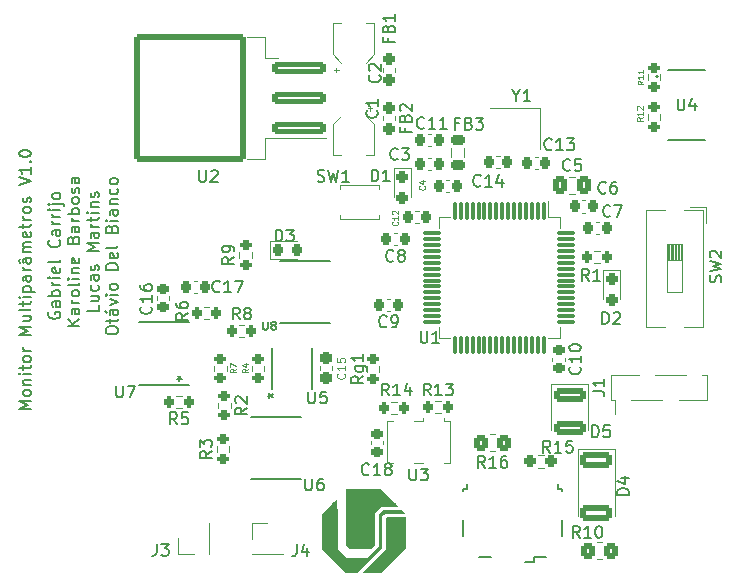
<source format=gbr>
%TF.GenerationSoftware,KiCad,Pcbnew,7.0.2*%
%TF.CreationDate,2023-11-28T02:03:26-03:00*%
%TF.ProjectId,Schematic_monitor,53636865-6d61-4746-9963-5f6d6f6e6974,rev?*%
%TF.SameCoordinates,Original*%
%TF.FileFunction,Legend,Top*%
%TF.FilePolarity,Positive*%
%FSLAX45Y45*%
G04 Gerber Fmt 4.5, Leading zero omitted, Abs format (unit mm)*
G04 Created by KiCad (PCBNEW 7.0.2) date 2023-11-28 02:03:26*
%MOMM*%
%LPD*%
G01*
G04 APERTURE LIST*
G04 Aperture macros list*
%AMRoundRect*
0 Rectangle with rounded corners*
0 $1 Rounding radius*
0 $2 $3 $4 $5 $6 $7 $8 $9 X,Y pos of 4 corners*
0 Add a 4 corners polygon primitive as box body*
4,1,4,$2,$3,$4,$5,$6,$7,$8,$9,$2,$3,0*
0 Add four circle primitives for the rounded corners*
1,1,$1+$1,$2,$3*
1,1,$1+$1,$4,$5*
1,1,$1+$1,$6,$7*
1,1,$1+$1,$8,$9*
0 Add four rect primitives between the rounded corners*
20,1,$1+$1,$2,$3,$4,$5,0*
20,1,$1+$1,$4,$5,$6,$7,0*
20,1,$1+$1,$6,$7,$8,$9,0*
20,1,$1+$1,$8,$9,$2,$3,0*%
G04 Aperture macros list end*
%ADD10C,0.150000*%
%ADD11C,0.125000*%
%ADD12C,0.062500*%
%ADD13C,0.120000*%
%ADD14C,0.152400*%
%ADD15RoundRect,0.225000X-0.250000X0.225000X-0.250000X-0.225000X0.250000X-0.225000X0.250000X0.225000X0*%
%ADD16R,1.120000X2.440000*%
%ADD17RoundRect,0.200000X-0.275000X0.200000X-0.275000X-0.200000X0.275000X-0.200000X0.275000X0.200000X0*%
%ADD18RoundRect,0.237500X-0.237500X0.287500X-0.237500X-0.287500X0.237500X-0.287500X0.237500X0.287500X0*%
%ADD19RoundRect,0.250000X0.350000X0.450000X-0.350000X0.450000X-0.350000X-0.450000X0.350000X-0.450000X0*%
%ADD20RoundRect,0.200000X0.200000X0.275000X-0.200000X0.275000X-0.200000X-0.275000X0.200000X-0.275000X0*%
%ADD21RoundRect,0.200000X0.275000X-0.200000X0.275000X0.200000X-0.275000X0.200000X-0.275000X-0.200000X0*%
%ADD22R,1.400000X1.200000*%
%ADD23RoundRect,0.225000X-0.225000X-0.250000X0.225000X-0.250000X0.225000X0.250000X-0.225000X0.250000X0*%
%ADD24RoundRect,0.237500X0.250000X0.237500X-0.250000X0.237500X-0.250000X-0.237500X0.250000X-0.237500X0*%
%ADD25RoundRect,0.225000X0.225000X0.250000X-0.225000X0.250000X-0.225000X-0.250000X0.225000X-0.250000X0*%
%ADD26RoundRect,0.250000X-0.337500X-0.475000X0.337500X-0.475000X0.337500X0.475000X-0.337500X0.475000X0*%
%ADD27RoundRect,0.237500X0.237500X-0.300000X0.237500X0.300000X-0.237500X0.300000X-0.237500X-0.300000X0*%
%ADD28RoundRect,0.075000X-0.075000X0.700000X-0.075000X-0.700000X0.075000X-0.700000X0.075000X0.700000X0*%
%ADD29RoundRect,0.075000X-0.700000X0.075000X-0.700000X-0.075000X0.700000X-0.075000X0.700000X0.075000X0*%
%ADD30RoundRect,0.250000X-1.075000X0.375000X-1.075000X-0.375000X1.075000X-0.375000X1.075000X0.375000X0*%
%ADD31O,1.150000X1.800000*%
%ADD32O,1.450000X2.000000*%
%ADD33O,0.800000X0.800000*%
%ADD34R,0.450000X1.300000*%
%ADD35RoundRect,0.218750X-0.218750X-0.256250X0.218750X-0.256250X0.218750X0.256250X-0.218750X0.256250X0*%
%ADD36R,1.600000X2.200000*%
%ADD37R,0.381000X1.219200*%
%ADD38R,1.700000X1.700000*%
%ADD39C,0.800000*%
%ADD40R,0.900000X1.700000*%
%ADD41R,1.257300X0.508000*%
%ADD42RoundRect,0.250000X2.050000X0.300000X-2.050000X0.300000X-2.050000X-0.300000X2.050000X-0.300000X0*%
%ADD43RoundRect,0.250002X4.449998X5.149998X-4.449998X5.149998X-4.449998X-5.149998X4.449998X-5.149998X0*%
%ADD44RoundRect,0.218750X-0.381250X0.218750X-0.381250X-0.218750X0.381250X-0.218750X0.381250X0.218750X0*%
%ADD45RoundRect,0.237500X0.237500X-0.287500X0.237500X0.287500X-0.237500X0.287500X-0.237500X-0.287500X0*%
%ADD46RoundRect,0.200000X-0.200000X-0.275000X0.200000X-0.275000X0.200000X0.275000X-0.200000X0.275000X0*%
%ADD47R,0.850000X2.350000*%
%ADD48R,0.711200X0.304800*%
%ADD49RoundRect,0.250000X-1.075000X0.425000X-1.075000X-0.425000X1.075000X-0.425000X1.075000X0.425000X0*%
%ADD50C,3.200000*%
G04 APERTURE END LIST*
D10*
X9554724Y-10826009D02*
X9549962Y-10835533D01*
X9549962Y-10835533D02*
X9549962Y-10849819D01*
X9549962Y-10849819D02*
X9554724Y-10864104D01*
X9554724Y-10864104D02*
X9564248Y-10873628D01*
X9564248Y-10873628D02*
X9573771Y-10878390D01*
X9573771Y-10878390D02*
X9592819Y-10883152D01*
X9592819Y-10883152D02*
X9607105Y-10883152D01*
X9607105Y-10883152D02*
X9626152Y-10878390D01*
X9626152Y-10878390D02*
X9635676Y-10873628D01*
X9635676Y-10873628D02*
X9645200Y-10864104D01*
X9645200Y-10864104D02*
X9649962Y-10849819D01*
X9649962Y-10849819D02*
X9649962Y-10840295D01*
X9649962Y-10840295D02*
X9645200Y-10826009D01*
X9645200Y-10826009D02*
X9640438Y-10821247D01*
X9640438Y-10821247D02*
X9607105Y-10821247D01*
X9607105Y-10821247D02*
X9607105Y-10840295D01*
X9649962Y-10735533D02*
X9597581Y-10735533D01*
X9597581Y-10735533D02*
X9588057Y-10740295D01*
X9588057Y-10740295D02*
X9583295Y-10749819D01*
X9583295Y-10749819D02*
X9583295Y-10768866D01*
X9583295Y-10768866D02*
X9588057Y-10778390D01*
X9645200Y-10735533D02*
X9649962Y-10745057D01*
X9649962Y-10745057D02*
X9649962Y-10768866D01*
X9649962Y-10768866D02*
X9645200Y-10778390D01*
X9645200Y-10778390D02*
X9635676Y-10783152D01*
X9635676Y-10783152D02*
X9626152Y-10783152D01*
X9626152Y-10783152D02*
X9616629Y-10778390D01*
X9616629Y-10778390D02*
X9611867Y-10768866D01*
X9611867Y-10768866D02*
X9611867Y-10745057D01*
X9611867Y-10745057D02*
X9607105Y-10735533D01*
X9649962Y-10687914D02*
X9549962Y-10687914D01*
X9588057Y-10687914D02*
X9583295Y-10678390D01*
X9583295Y-10678390D02*
X9583295Y-10659343D01*
X9583295Y-10659343D02*
X9588057Y-10649819D01*
X9588057Y-10649819D02*
X9592819Y-10645057D01*
X9592819Y-10645057D02*
X9602343Y-10640295D01*
X9602343Y-10640295D02*
X9630914Y-10640295D01*
X9630914Y-10640295D02*
X9640438Y-10645057D01*
X9640438Y-10645057D02*
X9645200Y-10649819D01*
X9645200Y-10649819D02*
X9649962Y-10659343D01*
X9649962Y-10659343D02*
X9649962Y-10678390D01*
X9649962Y-10678390D02*
X9645200Y-10687914D01*
X9649962Y-10597438D02*
X9583295Y-10597438D01*
X9602343Y-10597438D02*
X9592819Y-10592676D01*
X9592819Y-10592676D02*
X9588057Y-10587914D01*
X9588057Y-10587914D02*
X9583295Y-10578390D01*
X9583295Y-10578390D02*
X9583295Y-10568866D01*
X9649962Y-10535533D02*
X9583295Y-10535533D01*
X9549962Y-10535533D02*
X9554724Y-10540295D01*
X9554724Y-10540295D02*
X9559486Y-10535533D01*
X9559486Y-10535533D02*
X9554724Y-10530771D01*
X9554724Y-10530771D02*
X9549962Y-10535533D01*
X9549962Y-10535533D02*
X9559486Y-10535533D01*
X9645200Y-10449819D02*
X9649962Y-10459343D01*
X9649962Y-10459343D02*
X9649962Y-10478390D01*
X9649962Y-10478390D02*
X9645200Y-10487914D01*
X9645200Y-10487914D02*
X9635676Y-10492676D01*
X9635676Y-10492676D02*
X9597581Y-10492676D01*
X9597581Y-10492676D02*
X9588057Y-10487914D01*
X9588057Y-10487914D02*
X9583295Y-10478390D01*
X9583295Y-10478390D02*
X9583295Y-10459343D01*
X9583295Y-10459343D02*
X9588057Y-10449819D01*
X9588057Y-10449819D02*
X9597581Y-10445057D01*
X9597581Y-10445057D02*
X9607105Y-10445057D01*
X9607105Y-10445057D02*
X9616629Y-10492676D01*
X9649962Y-10387914D02*
X9645200Y-10397438D01*
X9645200Y-10397438D02*
X9635676Y-10402200D01*
X9635676Y-10402200D02*
X9549962Y-10402200D01*
X9640438Y-10216485D02*
X9645200Y-10221247D01*
X9645200Y-10221247D02*
X9649962Y-10235533D01*
X9649962Y-10235533D02*
X9649962Y-10245057D01*
X9649962Y-10245057D02*
X9645200Y-10259342D01*
X9645200Y-10259342D02*
X9635676Y-10268866D01*
X9635676Y-10268866D02*
X9626152Y-10273628D01*
X9626152Y-10273628D02*
X9607105Y-10278390D01*
X9607105Y-10278390D02*
X9592819Y-10278390D01*
X9592819Y-10278390D02*
X9573771Y-10273628D01*
X9573771Y-10273628D02*
X9564248Y-10268866D01*
X9564248Y-10268866D02*
X9554724Y-10259342D01*
X9554724Y-10259342D02*
X9549962Y-10245057D01*
X9549962Y-10245057D02*
X9549962Y-10235533D01*
X9549962Y-10235533D02*
X9554724Y-10221247D01*
X9554724Y-10221247D02*
X9559486Y-10216485D01*
X9649962Y-10130771D02*
X9597581Y-10130771D01*
X9597581Y-10130771D02*
X9588057Y-10135533D01*
X9588057Y-10135533D02*
X9583295Y-10145057D01*
X9583295Y-10145057D02*
X9583295Y-10164104D01*
X9583295Y-10164104D02*
X9588057Y-10173628D01*
X9645200Y-10130771D02*
X9649962Y-10140295D01*
X9649962Y-10140295D02*
X9649962Y-10164104D01*
X9649962Y-10164104D02*
X9645200Y-10173628D01*
X9645200Y-10173628D02*
X9635676Y-10178390D01*
X9635676Y-10178390D02*
X9626152Y-10178390D01*
X9626152Y-10178390D02*
X9616629Y-10173628D01*
X9616629Y-10173628D02*
X9611867Y-10164104D01*
X9611867Y-10164104D02*
X9611867Y-10140295D01*
X9611867Y-10140295D02*
X9607105Y-10130771D01*
X9649962Y-10083152D02*
X9583295Y-10083152D01*
X9602343Y-10083152D02*
X9592819Y-10078390D01*
X9592819Y-10078390D02*
X9588057Y-10073628D01*
X9588057Y-10073628D02*
X9583295Y-10064104D01*
X9583295Y-10064104D02*
X9583295Y-10054581D01*
X9649962Y-10021247D02*
X9583295Y-10021247D01*
X9602343Y-10021247D02*
X9592819Y-10016485D01*
X9592819Y-10016485D02*
X9588057Y-10011723D01*
X9588057Y-10011723D02*
X9583295Y-10002200D01*
X9583295Y-10002200D02*
X9583295Y-9992676D01*
X9649962Y-9959342D02*
X9583295Y-9959342D01*
X9549962Y-9959342D02*
X9554724Y-9964104D01*
X9554724Y-9964104D02*
X9559486Y-9959342D01*
X9559486Y-9959342D02*
X9554724Y-9954580D01*
X9554724Y-9954580D02*
X9549962Y-9959342D01*
X9549962Y-9959342D02*
X9559486Y-9959342D01*
X9583295Y-9911723D02*
X9669010Y-9911723D01*
X9669010Y-9911723D02*
X9678533Y-9916485D01*
X9678533Y-9916485D02*
X9683295Y-9926009D01*
X9683295Y-9926009D02*
X9683295Y-9930771D01*
X9549962Y-9911723D02*
X9554724Y-9916485D01*
X9554724Y-9916485D02*
X9559486Y-9911723D01*
X9559486Y-9911723D02*
X9554724Y-9906961D01*
X9554724Y-9906961D02*
X9549962Y-9911723D01*
X9549962Y-9911723D02*
X9559486Y-9911723D01*
X9649962Y-9849819D02*
X9645200Y-9859342D01*
X9645200Y-9859342D02*
X9640438Y-9864104D01*
X9640438Y-9864104D02*
X9630914Y-9868866D01*
X9630914Y-9868866D02*
X9602343Y-9868866D01*
X9602343Y-9868866D02*
X9592819Y-9864104D01*
X9592819Y-9864104D02*
X9588057Y-9859342D01*
X9588057Y-9859342D02*
X9583295Y-9849819D01*
X9583295Y-9849819D02*
X9583295Y-9835533D01*
X9583295Y-9835533D02*
X9588057Y-9826009D01*
X9588057Y-9826009D02*
X9592819Y-9821247D01*
X9592819Y-9821247D02*
X9602343Y-9816485D01*
X9602343Y-9816485D02*
X9630914Y-9816485D01*
X9630914Y-9816485D02*
X9640438Y-9821247D01*
X9640438Y-9821247D02*
X9645200Y-9826009D01*
X9645200Y-9826009D02*
X9649962Y-9835533D01*
X9649962Y-9835533D02*
X9649962Y-9849819D01*
X9811962Y-10940295D02*
X9711962Y-10940295D01*
X9811962Y-10883152D02*
X9754819Y-10926010D01*
X9711962Y-10883152D02*
X9769105Y-10940295D01*
X9811962Y-10797438D02*
X9759581Y-10797438D01*
X9759581Y-10797438D02*
X9750057Y-10802200D01*
X9750057Y-10802200D02*
X9745295Y-10811724D01*
X9745295Y-10811724D02*
X9745295Y-10830771D01*
X9745295Y-10830771D02*
X9750057Y-10840295D01*
X9807200Y-10797438D02*
X9811962Y-10806962D01*
X9811962Y-10806962D02*
X9811962Y-10830771D01*
X9811962Y-10830771D02*
X9807200Y-10840295D01*
X9807200Y-10840295D02*
X9797676Y-10845057D01*
X9797676Y-10845057D02*
X9788152Y-10845057D01*
X9788152Y-10845057D02*
X9778629Y-10840295D01*
X9778629Y-10840295D02*
X9773867Y-10830771D01*
X9773867Y-10830771D02*
X9773867Y-10806962D01*
X9773867Y-10806962D02*
X9769105Y-10797438D01*
X9811962Y-10749819D02*
X9745295Y-10749819D01*
X9764343Y-10749819D02*
X9754819Y-10745057D01*
X9754819Y-10745057D02*
X9750057Y-10740295D01*
X9750057Y-10740295D02*
X9745295Y-10730771D01*
X9745295Y-10730771D02*
X9745295Y-10721248D01*
X9811962Y-10673629D02*
X9807200Y-10683152D01*
X9807200Y-10683152D02*
X9802438Y-10687914D01*
X9802438Y-10687914D02*
X9792914Y-10692676D01*
X9792914Y-10692676D02*
X9764343Y-10692676D01*
X9764343Y-10692676D02*
X9754819Y-10687914D01*
X9754819Y-10687914D02*
X9750057Y-10683152D01*
X9750057Y-10683152D02*
X9745295Y-10673629D01*
X9745295Y-10673629D02*
X9745295Y-10659343D01*
X9745295Y-10659343D02*
X9750057Y-10649819D01*
X9750057Y-10649819D02*
X9754819Y-10645057D01*
X9754819Y-10645057D02*
X9764343Y-10640295D01*
X9764343Y-10640295D02*
X9792914Y-10640295D01*
X9792914Y-10640295D02*
X9802438Y-10645057D01*
X9802438Y-10645057D02*
X9807200Y-10649819D01*
X9807200Y-10649819D02*
X9811962Y-10659343D01*
X9811962Y-10659343D02*
X9811962Y-10673629D01*
X9811962Y-10583152D02*
X9807200Y-10592676D01*
X9807200Y-10592676D02*
X9797676Y-10597438D01*
X9797676Y-10597438D02*
X9711962Y-10597438D01*
X9811962Y-10545057D02*
X9745295Y-10545057D01*
X9711962Y-10545057D02*
X9716724Y-10549819D01*
X9716724Y-10549819D02*
X9721486Y-10545057D01*
X9721486Y-10545057D02*
X9716724Y-10540295D01*
X9716724Y-10540295D02*
X9711962Y-10545057D01*
X9711962Y-10545057D02*
X9721486Y-10545057D01*
X9745295Y-10497438D02*
X9811962Y-10497438D01*
X9754819Y-10497438D02*
X9750057Y-10492676D01*
X9750057Y-10492676D02*
X9745295Y-10483152D01*
X9745295Y-10483152D02*
X9745295Y-10468867D01*
X9745295Y-10468867D02*
X9750057Y-10459343D01*
X9750057Y-10459343D02*
X9759581Y-10454581D01*
X9759581Y-10454581D02*
X9811962Y-10454581D01*
X9807200Y-10368867D02*
X9811962Y-10378390D01*
X9811962Y-10378390D02*
X9811962Y-10397438D01*
X9811962Y-10397438D02*
X9807200Y-10406962D01*
X9807200Y-10406962D02*
X9797676Y-10411724D01*
X9797676Y-10411724D02*
X9759581Y-10411724D01*
X9759581Y-10411724D02*
X9750057Y-10406962D01*
X9750057Y-10406962D02*
X9745295Y-10397438D01*
X9745295Y-10397438D02*
X9745295Y-10378390D01*
X9745295Y-10378390D02*
X9750057Y-10368867D01*
X9750057Y-10368867D02*
X9759581Y-10364105D01*
X9759581Y-10364105D02*
X9769105Y-10364105D01*
X9769105Y-10364105D02*
X9778629Y-10411724D01*
X9759581Y-10211724D02*
X9764343Y-10197438D01*
X9764343Y-10197438D02*
X9769105Y-10192676D01*
X9769105Y-10192676D02*
X9778629Y-10187914D01*
X9778629Y-10187914D02*
X9792914Y-10187914D01*
X9792914Y-10187914D02*
X9802438Y-10192676D01*
X9802438Y-10192676D02*
X9807200Y-10197438D01*
X9807200Y-10197438D02*
X9811962Y-10206962D01*
X9811962Y-10206962D02*
X9811962Y-10245057D01*
X9811962Y-10245057D02*
X9711962Y-10245057D01*
X9711962Y-10245057D02*
X9711962Y-10211724D01*
X9711962Y-10211724D02*
X9716724Y-10202200D01*
X9716724Y-10202200D02*
X9721486Y-10197438D01*
X9721486Y-10197438D02*
X9731010Y-10192676D01*
X9731010Y-10192676D02*
X9740533Y-10192676D01*
X9740533Y-10192676D02*
X9750057Y-10197438D01*
X9750057Y-10197438D02*
X9754819Y-10202200D01*
X9754819Y-10202200D02*
X9759581Y-10211724D01*
X9759581Y-10211724D02*
X9759581Y-10245057D01*
X9811962Y-10102200D02*
X9759581Y-10102200D01*
X9759581Y-10102200D02*
X9750057Y-10106962D01*
X9750057Y-10106962D02*
X9745295Y-10116486D01*
X9745295Y-10116486D02*
X9745295Y-10135533D01*
X9745295Y-10135533D02*
X9750057Y-10145057D01*
X9807200Y-10102200D02*
X9811962Y-10111724D01*
X9811962Y-10111724D02*
X9811962Y-10135533D01*
X9811962Y-10135533D02*
X9807200Y-10145057D01*
X9807200Y-10145057D02*
X9797676Y-10149819D01*
X9797676Y-10149819D02*
X9788152Y-10149819D01*
X9788152Y-10149819D02*
X9778629Y-10145057D01*
X9778629Y-10145057D02*
X9773867Y-10135533D01*
X9773867Y-10135533D02*
X9773867Y-10111724D01*
X9773867Y-10111724D02*
X9769105Y-10102200D01*
X9811962Y-10054581D02*
X9745295Y-10054581D01*
X9764343Y-10054581D02*
X9754819Y-10049819D01*
X9754819Y-10049819D02*
X9750057Y-10045057D01*
X9750057Y-10045057D02*
X9745295Y-10035533D01*
X9745295Y-10035533D02*
X9745295Y-10026009D01*
X9811962Y-9992676D02*
X9711962Y-9992676D01*
X9750057Y-9992676D02*
X9745295Y-9983152D01*
X9745295Y-9983152D02*
X9745295Y-9964105D01*
X9745295Y-9964105D02*
X9750057Y-9954581D01*
X9750057Y-9954581D02*
X9754819Y-9949819D01*
X9754819Y-9949819D02*
X9764343Y-9945057D01*
X9764343Y-9945057D02*
X9792914Y-9945057D01*
X9792914Y-9945057D02*
X9802438Y-9949819D01*
X9802438Y-9949819D02*
X9807200Y-9954581D01*
X9807200Y-9954581D02*
X9811962Y-9964105D01*
X9811962Y-9964105D02*
X9811962Y-9983152D01*
X9811962Y-9983152D02*
X9807200Y-9992676D01*
X9811962Y-9887914D02*
X9807200Y-9897438D01*
X9807200Y-9897438D02*
X9802438Y-9902200D01*
X9802438Y-9902200D02*
X9792914Y-9906962D01*
X9792914Y-9906962D02*
X9764343Y-9906962D01*
X9764343Y-9906962D02*
X9754819Y-9902200D01*
X9754819Y-9902200D02*
X9750057Y-9897438D01*
X9750057Y-9897438D02*
X9745295Y-9887914D01*
X9745295Y-9887914D02*
X9745295Y-9873628D01*
X9745295Y-9873628D02*
X9750057Y-9864105D01*
X9750057Y-9864105D02*
X9754819Y-9859343D01*
X9754819Y-9859343D02*
X9764343Y-9854581D01*
X9764343Y-9854581D02*
X9792914Y-9854581D01*
X9792914Y-9854581D02*
X9802438Y-9859343D01*
X9802438Y-9859343D02*
X9807200Y-9864105D01*
X9807200Y-9864105D02*
X9811962Y-9873628D01*
X9811962Y-9873628D02*
X9811962Y-9887914D01*
X9807200Y-9816486D02*
X9811962Y-9806962D01*
X9811962Y-9806962D02*
X9811962Y-9787914D01*
X9811962Y-9787914D02*
X9807200Y-9778390D01*
X9807200Y-9778390D02*
X9797676Y-9773628D01*
X9797676Y-9773628D02*
X9792914Y-9773628D01*
X9792914Y-9773628D02*
X9783390Y-9778390D01*
X9783390Y-9778390D02*
X9778629Y-9787914D01*
X9778629Y-9787914D02*
X9778629Y-9802200D01*
X9778629Y-9802200D02*
X9773867Y-9811724D01*
X9773867Y-9811724D02*
X9764343Y-9816486D01*
X9764343Y-9816486D02*
X9759581Y-9816486D01*
X9759581Y-9816486D02*
X9750057Y-9811724D01*
X9750057Y-9811724D02*
X9745295Y-9802200D01*
X9745295Y-9802200D02*
X9745295Y-9787914D01*
X9745295Y-9787914D02*
X9750057Y-9778390D01*
X9811962Y-9687914D02*
X9759581Y-9687914D01*
X9759581Y-9687914D02*
X9750057Y-9692676D01*
X9750057Y-9692676D02*
X9745295Y-9702200D01*
X9745295Y-9702200D02*
X9745295Y-9721247D01*
X9745295Y-9721247D02*
X9750057Y-9730771D01*
X9807200Y-9687914D02*
X9811962Y-9697438D01*
X9811962Y-9697438D02*
X9811962Y-9721247D01*
X9811962Y-9721247D02*
X9807200Y-9730771D01*
X9807200Y-9730771D02*
X9797676Y-9735533D01*
X9797676Y-9735533D02*
X9788152Y-9735533D01*
X9788152Y-9735533D02*
X9778629Y-9730771D01*
X9778629Y-9730771D02*
X9773867Y-9721247D01*
X9773867Y-9721247D02*
X9773867Y-9697438D01*
X9773867Y-9697438D02*
X9769105Y-9687914D01*
X9973962Y-10766486D02*
X9973962Y-10814105D01*
X9973962Y-10814105D02*
X9873962Y-10814105D01*
X9907295Y-10690295D02*
X9973962Y-10690295D01*
X9907295Y-10733152D02*
X9959676Y-10733152D01*
X9959676Y-10733152D02*
X9969200Y-10728390D01*
X9969200Y-10728390D02*
X9973962Y-10718867D01*
X9973962Y-10718867D02*
X9973962Y-10704581D01*
X9973962Y-10704581D02*
X9969200Y-10695057D01*
X9969200Y-10695057D02*
X9964438Y-10690295D01*
X9969200Y-10599819D02*
X9973962Y-10609343D01*
X9973962Y-10609343D02*
X9973962Y-10628390D01*
X9973962Y-10628390D02*
X9969200Y-10637914D01*
X9969200Y-10637914D02*
X9964438Y-10642676D01*
X9964438Y-10642676D02*
X9954914Y-10647438D01*
X9954914Y-10647438D02*
X9926343Y-10647438D01*
X9926343Y-10647438D02*
X9916819Y-10642676D01*
X9916819Y-10642676D02*
X9912057Y-10637914D01*
X9912057Y-10637914D02*
X9907295Y-10628390D01*
X9907295Y-10628390D02*
X9907295Y-10609343D01*
X9907295Y-10609343D02*
X9912057Y-10599819D01*
X9973962Y-10514105D02*
X9921581Y-10514105D01*
X9921581Y-10514105D02*
X9912057Y-10518867D01*
X9912057Y-10518867D02*
X9907295Y-10528390D01*
X9907295Y-10528390D02*
X9907295Y-10547438D01*
X9907295Y-10547438D02*
X9912057Y-10556962D01*
X9969200Y-10514105D02*
X9973962Y-10523629D01*
X9973962Y-10523629D02*
X9973962Y-10547438D01*
X9973962Y-10547438D02*
X9969200Y-10556962D01*
X9969200Y-10556962D02*
X9959676Y-10561724D01*
X9959676Y-10561724D02*
X9950152Y-10561724D01*
X9950152Y-10561724D02*
X9940629Y-10556962D01*
X9940629Y-10556962D02*
X9935867Y-10547438D01*
X9935867Y-10547438D02*
X9935867Y-10523629D01*
X9935867Y-10523629D02*
X9931105Y-10514105D01*
X9969200Y-10471248D02*
X9973962Y-10461724D01*
X9973962Y-10461724D02*
X9973962Y-10442676D01*
X9973962Y-10442676D02*
X9969200Y-10433152D01*
X9969200Y-10433152D02*
X9959676Y-10428390D01*
X9959676Y-10428390D02*
X9954914Y-10428390D01*
X9954914Y-10428390D02*
X9945390Y-10433152D01*
X9945390Y-10433152D02*
X9940629Y-10442676D01*
X9940629Y-10442676D02*
X9940629Y-10456962D01*
X9940629Y-10456962D02*
X9935867Y-10466486D01*
X9935867Y-10466486D02*
X9926343Y-10471248D01*
X9926343Y-10471248D02*
X9921581Y-10471248D01*
X9921581Y-10471248D02*
X9912057Y-10466486D01*
X9912057Y-10466486D02*
X9907295Y-10456962D01*
X9907295Y-10456962D02*
X9907295Y-10442676D01*
X9907295Y-10442676D02*
X9912057Y-10433152D01*
X9973962Y-10309343D02*
X9873962Y-10309343D01*
X9873962Y-10309343D02*
X9945390Y-10276009D01*
X9945390Y-10276009D02*
X9873962Y-10242676D01*
X9873962Y-10242676D02*
X9973962Y-10242676D01*
X9973962Y-10152200D02*
X9921581Y-10152200D01*
X9921581Y-10152200D02*
X9912057Y-10156962D01*
X9912057Y-10156962D02*
X9907295Y-10166486D01*
X9907295Y-10166486D02*
X9907295Y-10185533D01*
X9907295Y-10185533D02*
X9912057Y-10195057D01*
X9969200Y-10152200D02*
X9973962Y-10161724D01*
X9973962Y-10161724D02*
X9973962Y-10185533D01*
X9973962Y-10185533D02*
X9969200Y-10195057D01*
X9969200Y-10195057D02*
X9959676Y-10199819D01*
X9959676Y-10199819D02*
X9950152Y-10199819D01*
X9950152Y-10199819D02*
X9940629Y-10195057D01*
X9940629Y-10195057D02*
X9935867Y-10185533D01*
X9935867Y-10185533D02*
X9935867Y-10161724D01*
X9935867Y-10161724D02*
X9931105Y-10152200D01*
X9973962Y-10104581D02*
X9907295Y-10104581D01*
X9926343Y-10104581D02*
X9916819Y-10099819D01*
X9916819Y-10099819D02*
X9912057Y-10095057D01*
X9912057Y-10095057D02*
X9907295Y-10085533D01*
X9907295Y-10085533D02*
X9907295Y-10076009D01*
X9907295Y-10056962D02*
X9907295Y-10018867D01*
X9873962Y-10042676D02*
X9959676Y-10042676D01*
X9959676Y-10042676D02*
X9969200Y-10037914D01*
X9969200Y-10037914D02*
X9973962Y-10028390D01*
X9973962Y-10028390D02*
X9973962Y-10018867D01*
X9973962Y-9985533D02*
X9907295Y-9985533D01*
X9873962Y-9985533D02*
X9878724Y-9990295D01*
X9878724Y-9990295D02*
X9883486Y-9985533D01*
X9883486Y-9985533D02*
X9878724Y-9980771D01*
X9878724Y-9980771D02*
X9873962Y-9985533D01*
X9873962Y-9985533D02*
X9883486Y-9985533D01*
X9907295Y-9937914D02*
X9973962Y-9937914D01*
X9916819Y-9937914D02*
X9912057Y-9933152D01*
X9912057Y-9933152D02*
X9907295Y-9923628D01*
X9907295Y-9923628D02*
X9907295Y-9909343D01*
X9907295Y-9909343D02*
X9912057Y-9899819D01*
X9912057Y-9899819D02*
X9921581Y-9895057D01*
X9921581Y-9895057D02*
X9973962Y-9895057D01*
X9969200Y-9852200D02*
X9973962Y-9842676D01*
X9973962Y-9842676D02*
X9973962Y-9823628D01*
X9973962Y-9823628D02*
X9969200Y-9814105D01*
X9969200Y-9814105D02*
X9959676Y-9809343D01*
X9959676Y-9809343D02*
X9954914Y-9809343D01*
X9954914Y-9809343D02*
X9945390Y-9814105D01*
X9945390Y-9814105D02*
X9940629Y-9823628D01*
X9940629Y-9823628D02*
X9940629Y-9837914D01*
X9940629Y-9837914D02*
X9935867Y-9847438D01*
X9935867Y-9847438D02*
X9926343Y-9852200D01*
X9926343Y-9852200D02*
X9921581Y-9852200D01*
X9921581Y-9852200D02*
X9912057Y-9847438D01*
X9912057Y-9847438D02*
X9907295Y-9837914D01*
X9907295Y-9837914D02*
X9907295Y-9823628D01*
X9907295Y-9823628D02*
X9912057Y-9814105D01*
X10035962Y-10990295D02*
X10035962Y-10971248D01*
X10035962Y-10971248D02*
X10040724Y-10961724D01*
X10040724Y-10961724D02*
X10050248Y-10952200D01*
X10050248Y-10952200D02*
X10069295Y-10947438D01*
X10069295Y-10947438D02*
X10102629Y-10947438D01*
X10102629Y-10947438D02*
X10121676Y-10952200D01*
X10121676Y-10952200D02*
X10131200Y-10961724D01*
X10131200Y-10961724D02*
X10135962Y-10971248D01*
X10135962Y-10971248D02*
X10135962Y-10990295D01*
X10135962Y-10990295D02*
X10131200Y-10999819D01*
X10131200Y-10999819D02*
X10121676Y-11009343D01*
X10121676Y-11009343D02*
X10102629Y-11014105D01*
X10102629Y-11014105D02*
X10069295Y-11014105D01*
X10069295Y-11014105D02*
X10050248Y-11009343D01*
X10050248Y-11009343D02*
X10040724Y-10999819D01*
X10040724Y-10999819D02*
X10035962Y-10990295D01*
X10069295Y-10918867D02*
X10069295Y-10880771D01*
X10035962Y-10904581D02*
X10121676Y-10904581D01*
X10121676Y-10904581D02*
X10131200Y-10899819D01*
X10131200Y-10899819D02*
X10135962Y-10890295D01*
X10135962Y-10890295D02*
X10135962Y-10880771D01*
X10135962Y-10804581D02*
X10083581Y-10804581D01*
X10083581Y-10804581D02*
X10074057Y-10809343D01*
X10074057Y-10809343D02*
X10069295Y-10818867D01*
X10069295Y-10818867D02*
X10069295Y-10837914D01*
X10069295Y-10837914D02*
X10074057Y-10847438D01*
X10131200Y-10804581D02*
X10135962Y-10814105D01*
X10135962Y-10814105D02*
X10135962Y-10837914D01*
X10135962Y-10837914D02*
X10131200Y-10847438D01*
X10131200Y-10847438D02*
X10121676Y-10852200D01*
X10121676Y-10852200D02*
X10112152Y-10852200D01*
X10112152Y-10852200D02*
X10102629Y-10847438D01*
X10102629Y-10847438D02*
X10097867Y-10837914D01*
X10097867Y-10837914D02*
X10097867Y-10814105D01*
X10097867Y-10814105D02*
X10093105Y-10804581D01*
X10031200Y-10818867D02*
X10045486Y-10833152D01*
X10069295Y-10766486D02*
X10135962Y-10742676D01*
X10135962Y-10742676D02*
X10069295Y-10718867D01*
X10135962Y-10680771D02*
X10069295Y-10680771D01*
X10035962Y-10680771D02*
X10040724Y-10685533D01*
X10040724Y-10685533D02*
X10045486Y-10680771D01*
X10045486Y-10680771D02*
X10040724Y-10676009D01*
X10040724Y-10676009D02*
X10035962Y-10680771D01*
X10035962Y-10680771D02*
X10045486Y-10680771D01*
X10135962Y-10618867D02*
X10131200Y-10628390D01*
X10131200Y-10628390D02*
X10126438Y-10633152D01*
X10126438Y-10633152D02*
X10116914Y-10637914D01*
X10116914Y-10637914D02*
X10088343Y-10637914D01*
X10088343Y-10637914D02*
X10078819Y-10633152D01*
X10078819Y-10633152D02*
X10074057Y-10628390D01*
X10074057Y-10628390D02*
X10069295Y-10618867D01*
X10069295Y-10618867D02*
X10069295Y-10604581D01*
X10069295Y-10604581D02*
X10074057Y-10595057D01*
X10074057Y-10595057D02*
X10078819Y-10590295D01*
X10078819Y-10590295D02*
X10088343Y-10585533D01*
X10088343Y-10585533D02*
X10116914Y-10585533D01*
X10116914Y-10585533D02*
X10126438Y-10590295D01*
X10126438Y-10590295D02*
X10131200Y-10595057D01*
X10131200Y-10595057D02*
X10135962Y-10604581D01*
X10135962Y-10604581D02*
X10135962Y-10618867D01*
X10135962Y-10466486D02*
X10035962Y-10466486D01*
X10035962Y-10466486D02*
X10035962Y-10442676D01*
X10035962Y-10442676D02*
X10040724Y-10428390D01*
X10040724Y-10428390D02*
X10050248Y-10418867D01*
X10050248Y-10418867D02*
X10059771Y-10414105D01*
X10059771Y-10414105D02*
X10078819Y-10409343D01*
X10078819Y-10409343D02*
X10093105Y-10409343D01*
X10093105Y-10409343D02*
X10112152Y-10414105D01*
X10112152Y-10414105D02*
X10121676Y-10418867D01*
X10121676Y-10418867D02*
X10131200Y-10428390D01*
X10131200Y-10428390D02*
X10135962Y-10442676D01*
X10135962Y-10442676D02*
X10135962Y-10466486D01*
X10131200Y-10328390D02*
X10135962Y-10337914D01*
X10135962Y-10337914D02*
X10135962Y-10356962D01*
X10135962Y-10356962D02*
X10131200Y-10366486D01*
X10131200Y-10366486D02*
X10121676Y-10371248D01*
X10121676Y-10371248D02*
X10083581Y-10371248D01*
X10083581Y-10371248D02*
X10074057Y-10366486D01*
X10074057Y-10366486D02*
X10069295Y-10356962D01*
X10069295Y-10356962D02*
X10069295Y-10337914D01*
X10069295Y-10337914D02*
X10074057Y-10328390D01*
X10074057Y-10328390D02*
X10083581Y-10323629D01*
X10083581Y-10323629D02*
X10093105Y-10323629D01*
X10093105Y-10323629D02*
X10102629Y-10371248D01*
X10135962Y-10266486D02*
X10131200Y-10276009D01*
X10131200Y-10276009D02*
X10121676Y-10280771D01*
X10121676Y-10280771D02*
X10035962Y-10280771D01*
X10083581Y-10118867D02*
X10088343Y-10104581D01*
X10088343Y-10104581D02*
X10093105Y-10099819D01*
X10093105Y-10099819D02*
X10102629Y-10095057D01*
X10102629Y-10095057D02*
X10116914Y-10095057D01*
X10116914Y-10095057D02*
X10126438Y-10099819D01*
X10126438Y-10099819D02*
X10131200Y-10104581D01*
X10131200Y-10104581D02*
X10135962Y-10114105D01*
X10135962Y-10114105D02*
X10135962Y-10152200D01*
X10135962Y-10152200D02*
X10035962Y-10152200D01*
X10035962Y-10152200D02*
X10035962Y-10118867D01*
X10035962Y-10118867D02*
X10040724Y-10109343D01*
X10040724Y-10109343D02*
X10045486Y-10104581D01*
X10045486Y-10104581D02*
X10055010Y-10099819D01*
X10055010Y-10099819D02*
X10064533Y-10099819D01*
X10064533Y-10099819D02*
X10074057Y-10104581D01*
X10074057Y-10104581D02*
X10078819Y-10109343D01*
X10078819Y-10109343D02*
X10083581Y-10118867D01*
X10083581Y-10118867D02*
X10083581Y-10152200D01*
X10135962Y-10052200D02*
X10069295Y-10052200D01*
X10035962Y-10052200D02*
X10040724Y-10056962D01*
X10040724Y-10056962D02*
X10045486Y-10052200D01*
X10045486Y-10052200D02*
X10040724Y-10047438D01*
X10040724Y-10047438D02*
X10035962Y-10052200D01*
X10035962Y-10052200D02*
X10045486Y-10052200D01*
X10135962Y-9961724D02*
X10083581Y-9961724D01*
X10083581Y-9961724D02*
X10074057Y-9966486D01*
X10074057Y-9966486D02*
X10069295Y-9976009D01*
X10069295Y-9976009D02*
X10069295Y-9995057D01*
X10069295Y-9995057D02*
X10074057Y-10004581D01*
X10131200Y-9961724D02*
X10135962Y-9971248D01*
X10135962Y-9971248D02*
X10135962Y-9995057D01*
X10135962Y-9995057D02*
X10131200Y-10004581D01*
X10131200Y-10004581D02*
X10121676Y-10009343D01*
X10121676Y-10009343D02*
X10112152Y-10009343D01*
X10112152Y-10009343D02*
X10102629Y-10004581D01*
X10102629Y-10004581D02*
X10097867Y-9995057D01*
X10097867Y-9995057D02*
X10097867Y-9971248D01*
X10097867Y-9971248D02*
X10093105Y-9961724D01*
X10069295Y-9914105D02*
X10135962Y-9914105D01*
X10078819Y-9914105D02*
X10074057Y-9909343D01*
X10074057Y-9909343D02*
X10069295Y-9899819D01*
X10069295Y-9899819D02*
X10069295Y-9885533D01*
X10069295Y-9885533D02*
X10074057Y-9876009D01*
X10074057Y-9876009D02*
X10083581Y-9871248D01*
X10083581Y-9871248D02*
X10135962Y-9871248D01*
X10131200Y-9780771D02*
X10135962Y-9790295D01*
X10135962Y-9790295D02*
X10135962Y-9809343D01*
X10135962Y-9809343D02*
X10131200Y-9818867D01*
X10131200Y-9818867D02*
X10126438Y-9823628D01*
X10126438Y-9823628D02*
X10116914Y-9828390D01*
X10116914Y-9828390D02*
X10088343Y-9828390D01*
X10088343Y-9828390D02*
X10078819Y-9823628D01*
X10078819Y-9823628D02*
X10074057Y-9818867D01*
X10074057Y-9818867D02*
X10069295Y-9809343D01*
X10069295Y-9809343D02*
X10069295Y-9790295D01*
X10069295Y-9790295D02*
X10074057Y-9780771D01*
X10135962Y-9723628D02*
X10131200Y-9733152D01*
X10131200Y-9733152D02*
X10126438Y-9737914D01*
X10126438Y-9737914D02*
X10116914Y-9742676D01*
X10116914Y-9742676D02*
X10088343Y-9742676D01*
X10088343Y-9742676D02*
X10078819Y-9737914D01*
X10078819Y-9737914D02*
X10074057Y-9733152D01*
X10074057Y-9733152D02*
X10069295Y-9723628D01*
X10069295Y-9723628D02*
X10069295Y-9709343D01*
X10069295Y-9709343D02*
X10074057Y-9699819D01*
X10074057Y-9699819D02*
X10078819Y-9695057D01*
X10078819Y-9695057D02*
X10088343Y-9690295D01*
X10088343Y-9690295D02*
X10116914Y-9690295D01*
X10116914Y-9690295D02*
X10126438Y-9695057D01*
X10126438Y-9695057D02*
X10131200Y-9699819D01*
X10131200Y-9699819D02*
X10135962Y-9709343D01*
X10135962Y-9709343D02*
X10135962Y-9723628D01*
X9400962Y-11644390D02*
X9300962Y-11644390D01*
X9300962Y-11644390D02*
X9372390Y-11611057D01*
X9372390Y-11611057D02*
X9300962Y-11577724D01*
X9300962Y-11577724D02*
X9400962Y-11577724D01*
X9400962Y-11515819D02*
X9396200Y-11525343D01*
X9396200Y-11525343D02*
X9391438Y-11530105D01*
X9391438Y-11530105D02*
X9381914Y-11534867D01*
X9381914Y-11534867D02*
X9353343Y-11534867D01*
X9353343Y-11534867D02*
X9343819Y-11530105D01*
X9343819Y-11530105D02*
X9339057Y-11525343D01*
X9339057Y-11525343D02*
X9334295Y-11515819D01*
X9334295Y-11515819D02*
X9334295Y-11501533D01*
X9334295Y-11501533D02*
X9339057Y-11492009D01*
X9339057Y-11492009D02*
X9343819Y-11487248D01*
X9343819Y-11487248D02*
X9353343Y-11482486D01*
X9353343Y-11482486D02*
X9381914Y-11482486D01*
X9381914Y-11482486D02*
X9391438Y-11487248D01*
X9391438Y-11487248D02*
X9396200Y-11492009D01*
X9396200Y-11492009D02*
X9400962Y-11501533D01*
X9400962Y-11501533D02*
X9400962Y-11515819D01*
X9334295Y-11439628D02*
X9400962Y-11439628D01*
X9343819Y-11439628D02*
X9339057Y-11434867D01*
X9339057Y-11434867D02*
X9334295Y-11425343D01*
X9334295Y-11425343D02*
X9334295Y-11411057D01*
X9334295Y-11411057D02*
X9339057Y-11401533D01*
X9339057Y-11401533D02*
X9348581Y-11396771D01*
X9348581Y-11396771D02*
X9400962Y-11396771D01*
X9400962Y-11349152D02*
X9334295Y-11349152D01*
X9300962Y-11349152D02*
X9305724Y-11353914D01*
X9305724Y-11353914D02*
X9310486Y-11349152D01*
X9310486Y-11349152D02*
X9305724Y-11344390D01*
X9305724Y-11344390D02*
X9300962Y-11349152D01*
X9300962Y-11349152D02*
X9310486Y-11349152D01*
X9334295Y-11315819D02*
X9334295Y-11277724D01*
X9300962Y-11301533D02*
X9386676Y-11301533D01*
X9386676Y-11301533D02*
X9396200Y-11296771D01*
X9396200Y-11296771D02*
X9400962Y-11287248D01*
X9400962Y-11287248D02*
X9400962Y-11277724D01*
X9400962Y-11230105D02*
X9396200Y-11239628D01*
X9396200Y-11239628D02*
X9391438Y-11244390D01*
X9391438Y-11244390D02*
X9381914Y-11249152D01*
X9381914Y-11249152D02*
X9353343Y-11249152D01*
X9353343Y-11249152D02*
X9343819Y-11244390D01*
X9343819Y-11244390D02*
X9339057Y-11239628D01*
X9339057Y-11239628D02*
X9334295Y-11230105D01*
X9334295Y-11230105D02*
X9334295Y-11215819D01*
X9334295Y-11215819D02*
X9339057Y-11206295D01*
X9339057Y-11206295D02*
X9343819Y-11201533D01*
X9343819Y-11201533D02*
X9353343Y-11196771D01*
X9353343Y-11196771D02*
X9381914Y-11196771D01*
X9381914Y-11196771D02*
X9391438Y-11201533D01*
X9391438Y-11201533D02*
X9396200Y-11206295D01*
X9396200Y-11206295D02*
X9400962Y-11215819D01*
X9400962Y-11215819D02*
X9400962Y-11230105D01*
X9400962Y-11153914D02*
X9334295Y-11153914D01*
X9353343Y-11153914D02*
X9343819Y-11149152D01*
X9343819Y-11149152D02*
X9339057Y-11144390D01*
X9339057Y-11144390D02*
X9334295Y-11134867D01*
X9334295Y-11134867D02*
X9334295Y-11125343D01*
X9400962Y-11015819D02*
X9300962Y-11015819D01*
X9300962Y-11015819D02*
X9372390Y-10982486D01*
X9372390Y-10982486D02*
X9300962Y-10949152D01*
X9300962Y-10949152D02*
X9400962Y-10949152D01*
X9334295Y-10858676D02*
X9400962Y-10858676D01*
X9334295Y-10901533D02*
X9386676Y-10901533D01*
X9386676Y-10901533D02*
X9396200Y-10896771D01*
X9396200Y-10896771D02*
X9400962Y-10887248D01*
X9400962Y-10887248D02*
X9400962Y-10872962D01*
X9400962Y-10872962D02*
X9396200Y-10863438D01*
X9396200Y-10863438D02*
X9391438Y-10858676D01*
X9400962Y-10796771D02*
X9396200Y-10806295D01*
X9396200Y-10806295D02*
X9386676Y-10811057D01*
X9386676Y-10811057D02*
X9300962Y-10811057D01*
X9334295Y-10772962D02*
X9334295Y-10734867D01*
X9300962Y-10758676D02*
X9386676Y-10758676D01*
X9386676Y-10758676D02*
X9396200Y-10753914D01*
X9396200Y-10753914D02*
X9400962Y-10744390D01*
X9400962Y-10744390D02*
X9400962Y-10734867D01*
X9400962Y-10701533D02*
X9334295Y-10701533D01*
X9300962Y-10701533D02*
X9305724Y-10706295D01*
X9305724Y-10706295D02*
X9310486Y-10701533D01*
X9310486Y-10701533D02*
X9305724Y-10696771D01*
X9305724Y-10696771D02*
X9300962Y-10701533D01*
X9300962Y-10701533D02*
X9310486Y-10701533D01*
X9334295Y-10653914D02*
X9434295Y-10653914D01*
X9339057Y-10653914D02*
X9334295Y-10644390D01*
X9334295Y-10644390D02*
X9334295Y-10625343D01*
X9334295Y-10625343D02*
X9339057Y-10615819D01*
X9339057Y-10615819D02*
X9343819Y-10611057D01*
X9343819Y-10611057D02*
X9353343Y-10606295D01*
X9353343Y-10606295D02*
X9381914Y-10606295D01*
X9381914Y-10606295D02*
X9391438Y-10611057D01*
X9391438Y-10611057D02*
X9396200Y-10615819D01*
X9396200Y-10615819D02*
X9400962Y-10625343D01*
X9400962Y-10625343D02*
X9400962Y-10644390D01*
X9400962Y-10644390D02*
X9396200Y-10653914D01*
X9400962Y-10520581D02*
X9348581Y-10520581D01*
X9348581Y-10520581D02*
X9339057Y-10525343D01*
X9339057Y-10525343D02*
X9334295Y-10534867D01*
X9334295Y-10534867D02*
X9334295Y-10553914D01*
X9334295Y-10553914D02*
X9339057Y-10563438D01*
X9396200Y-10520581D02*
X9400962Y-10530105D01*
X9400962Y-10530105D02*
X9400962Y-10553914D01*
X9400962Y-10553914D02*
X9396200Y-10563438D01*
X9396200Y-10563438D02*
X9386676Y-10568200D01*
X9386676Y-10568200D02*
X9377152Y-10568200D01*
X9377152Y-10568200D02*
X9367629Y-10563438D01*
X9367629Y-10563438D02*
X9362867Y-10553914D01*
X9362867Y-10553914D02*
X9362867Y-10530105D01*
X9362867Y-10530105D02*
X9358105Y-10520581D01*
X9400962Y-10472962D02*
X9334295Y-10472962D01*
X9353343Y-10472962D02*
X9343819Y-10468200D01*
X9343819Y-10468200D02*
X9339057Y-10463438D01*
X9339057Y-10463438D02*
X9334295Y-10453914D01*
X9334295Y-10453914D02*
X9334295Y-10444390D01*
X9400962Y-10368200D02*
X9348581Y-10368200D01*
X9348581Y-10368200D02*
X9339057Y-10372962D01*
X9339057Y-10372962D02*
X9334295Y-10382486D01*
X9334295Y-10382486D02*
X9334295Y-10401533D01*
X9334295Y-10401533D02*
X9339057Y-10411057D01*
X9396200Y-10368200D02*
X9400962Y-10377724D01*
X9400962Y-10377724D02*
X9400962Y-10401533D01*
X9400962Y-10401533D02*
X9396200Y-10411057D01*
X9396200Y-10411057D02*
X9386676Y-10415819D01*
X9386676Y-10415819D02*
X9377152Y-10415819D01*
X9377152Y-10415819D02*
X9367629Y-10411057D01*
X9367629Y-10411057D02*
X9362867Y-10401533D01*
X9362867Y-10401533D02*
X9362867Y-10377724D01*
X9362867Y-10377724D02*
X9358105Y-10368200D01*
X9310486Y-10411057D02*
X9296200Y-10392009D01*
X9296200Y-10392009D02*
X9310486Y-10372962D01*
X9400962Y-10320581D02*
X9334295Y-10320581D01*
X9343819Y-10320581D02*
X9339057Y-10315819D01*
X9339057Y-10315819D02*
X9334295Y-10306295D01*
X9334295Y-10306295D02*
X9334295Y-10292009D01*
X9334295Y-10292009D02*
X9339057Y-10282486D01*
X9339057Y-10282486D02*
X9348581Y-10277724D01*
X9348581Y-10277724D02*
X9400962Y-10277724D01*
X9348581Y-10277724D02*
X9339057Y-10272962D01*
X9339057Y-10272962D02*
X9334295Y-10263438D01*
X9334295Y-10263438D02*
X9334295Y-10249152D01*
X9334295Y-10249152D02*
X9339057Y-10239628D01*
X9339057Y-10239628D02*
X9348581Y-10234866D01*
X9348581Y-10234866D02*
X9400962Y-10234866D01*
X9396200Y-10149152D02*
X9400962Y-10158676D01*
X9400962Y-10158676D02*
X9400962Y-10177724D01*
X9400962Y-10177724D02*
X9396200Y-10187247D01*
X9396200Y-10187247D02*
X9386676Y-10192009D01*
X9386676Y-10192009D02*
X9348581Y-10192009D01*
X9348581Y-10192009D02*
X9339057Y-10187247D01*
X9339057Y-10187247D02*
X9334295Y-10177724D01*
X9334295Y-10177724D02*
X9334295Y-10158676D01*
X9334295Y-10158676D02*
X9339057Y-10149152D01*
X9339057Y-10149152D02*
X9348581Y-10144390D01*
X9348581Y-10144390D02*
X9358105Y-10144390D01*
X9358105Y-10144390D02*
X9367629Y-10192009D01*
X9334295Y-10115819D02*
X9334295Y-10077724D01*
X9300962Y-10101533D02*
X9386676Y-10101533D01*
X9386676Y-10101533D02*
X9396200Y-10096771D01*
X9396200Y-10096771D02*
X9400962Y-10087247D01*
X9400962Y-10087247D02*
X9400962Y-10077724D01*
X9400962Y-10044390D02*
X9334295Y-10044390D01*
X9353343Y-10044390D02*
X9343819Y-10039628D01*
X9343819Y-10039628D02*
X9339057Y-10034866D01*
X9339057Y-10034866D02*
X9334295Y-10025343D01*
X9334295Y-10025343D02*
X9334295Y-10015819D01*
X9400962Y-9968200D02*
X9396200Y-9977724D01*
X9396200Y-9977724D02*
X9391438Y-9982485D01*
X9391438Y-9982485D02*
X9381914Y-9987247D01*
X9381914Y-9987247D02*
X9353343Y-9987247D01*
X9353343Y-9987247D02*
X9343819Y-9982485D01*
X9343819Y-9982485D02*
X9339057Y-9977724D01*
X9339057Y-9977724D02*
X9334295Y-9968200D01*
X9334295Y-9968200D02*
X9334295Y-9953914D01*
X9334295Y-9953914D02*
X9339057Y-9944390D01*
X9339057Y-9944390D02*
X9343819Y-9939628D01*
X9343819Y-9939628D02*
X9353343Y-9934866D01*
X9353343Y-9934866D02*
X9381914Y-9934866D01*
X9381914Y-9934866D02*
X9391438Y-9939628D01*
X9391438Y-9939628D02*
X9396200Y-9944390D01*
X9396200Y-9944390D02*
X9400962Y-9953914D01*
X9400962Y-9953914D02*
X9400962Y-9968200D01*
X9396200Y-9896771D02*
X9400962Y-9887247D01*
X9400962Y-9887247D02*
X9400962Y-9868200D01*
X9400962Y-9868200D02*
X9396200Y-9858676D01*
X9396200Y-9858676D02*
X9386676Y-9853914D01*
X9386676Y-9853914D02*
X9381914Y-9853914D01*
X9381914Y-9853914D02*
X9372390Y-9858676D01*
X9372390Y-9858676D02*
X9367629Y-9868200D01*
X9367629Y-9868200D02*
X9367629Y-9882485D01*
X9367629Y-9882485D02*
X9362867Y-9892009D01*
X9362867Y-9892009D02*
X9353343Y-9896771D01*
X9353343Y-9896771D02*
X9348581Y-9896771D01*
X9348581Y-9896771D02*
X9339057Y-9892009D01*
X9339057Y-9892009D02*
X9334295Y-9882485D01*
X9334295Y-9882485D02*
X9334295Y-9868200D01*
X9334295Y-9868200D02*
X9339057Y-9858676D01*
X9300962Y-9749152D02*
X9400962Y-9715819D01*
X9400962Y-9715819D02*
X9300962Y-9682485D01*
X9400962Y-9596771D02*
X9400962Y-9653914D01*
X9400962Y-9625343D02*
X9300962Y-9625343D01*
X9300962Y-9625343D02*
X9315248Y-9634866D01*
X9315248Y-9634866D02*
X9324771Y-9644390D01*
X9324771Y-9644390D02*
X9329533Y-9653914D01*
X9391438Y-9553914D02*
X9396200Y-9549152D01*
X9396200Y-9549152D02*
X9400962Y-9553914D01*
X9400962Y-9553914D02*
X9396200Y-9558676D01*
X9396200Y-9558676D02*
X9391438Y-9553914D01*
X9391438Y-9553914D02*
X9400962Y-9553914D01*
X9300962Y-9487247D02*
X9300962Y-9477724D01*
X9300962Y-9477724D02*
X9305724Y-9468200D01*
X9305724Y-9468200D02*
X9310486Y-9463438D01*
X9310486Y-9463438D02*
X9320010Y-9458676D01*
X9320010Y-9458676D02*
X9339057Y-9453914D01*
X9339057Y-9453914D02*
X9362867Y-9453914D01*
X9362867Y-9453914D02*
X9381914Y-9458676D01*
X9381914Y-9458676D02*
X9391438Y-9463438D01*
X9391438Y-9463438D02*
X9396200Y-9468200D01*
X9396200Y-9468200D02*
X9400962Y-9477724D01*
X9400962Y-9477724D02*
X9400962Y-9487247D01*
X9400962Y-9487247D02*
X9396200Y-9496771D01*
X9396200Y-9496771D02*
X9391438Y-9501533D01*
X9391438Y-9501533D02*
X9381914Y-9506295D01*
X9381914Y-9506295D02*
X9362867Y-9511057D01*
X9362867Y-9511057D02*
X9339057Y-9511057D01*
X9339057Y-9511057D02*
X9320010Y-9506295D01*
X9320010Y-9506295D02*
X9310486Y-9501533D01*
X9310486Y-9501533D02*
X9305724Y-9496771D01*
X9305724Y-9496771D02*
X9300962Y-9487247D01*
%TO.C,SW2*%
X15242700Y-10572033D02*
X15247462Y-10557748D01*
X15247462Y-10557748D02*
X15247462Y-10533938D01*
X15247462Y-10533938D02*
X15242700Y-10524414D01*
X15242700Y-10524414D02*
X15237938Y-10519652D01*
X15237938Y-10519652D02*
X15228414Y-10514890D01*
X15228414Y-10514890D02*
X15218890Y-10514890D01*
X15218890Y-10514890D02*
X15209367Y-10519652D01*
X15209367Y-10519652D02*
X15204605Y-10524414D01*
X15204605Y-10524414D02*
X15199843Y-10533938D01*
X15199843Y-10533938D02*
X15195081Y-10552986D01*
X15195081Y-10552986D02*
X15190319Y-10562509D01*
X15190319Y-10562509D02*
X15185557Y-10567271D01*
X15185557Y-10567271D02*
X15176033Y-10572033D01*
X15176033Y-10572033D02*
X15166509Y-10572033D01*
X15166509Y-10572033D02*
X15156986Y-10567271D01*
X15156986Y-10567271D02*
X15152224Y-10562509D01*
X15152224Y-10562509D02*
X15147462Y-10552986D01*
X15147462Y-10552986D02*
X15147462Y-10529176D01*
X15147462Y-10529176D02*
X15152224Y-10514890D01*
X15147462Y-10481557D02*
X15247462Y-10457748D01*
X15247462Y-10457748D02*
X15176033Y-10438700D01*
X15176033Y-10438700D02*
X15247462Y-10419652D01*
X15247462Y-10419652D02*
X15147462Y-10395843D01*
X15156986Y-10362509D02*
X15152224Y-10357748D01*
X15152224Y-10357748D02*
X15147462Y-10348224D01*
X15147462Y-10348224D02*
X15147462Y-10324414D01*
X15147462Y-10324414D02*
X15152224Y-10314890D01*
X15152224Y-10314890D02*
X15156986Y-10310129D01*
X15156986Y-10310129D02*
X15166509Y-10305367D01*
X15166509Y-10305367D02*
X15176033Y-10305367D01*
X15176033Y-10305367D02*
X15190319Y-10310129D01*
X15190319Y-10310129D02*
X15247462Y-10367271D01*
X15247462Y-10367271D02*
X15247462Y-10305367D01*
%TO.C,R2*%
X11229462Y-11634155D02*
X11181843Y-11667488D01*
X11229462Y-11691297D02*
X11129462Y-11691297D01*
X11129462Y-11691297D02*
X11129462Y-11653202D01*
X11129462Y-11653202D02*
X11134224Y-11643678D01*
X11134224Y-11643678D02*
X11138986Y-11638916D01*
X11138986Y-11638916D02*
X11148510Y-11634155D01*
X11148510Y-11634155D02*
X11162795Y-11634155D01*
X11162795Y-11634155D02*
X11172319Y-11638916D01*
X11172319Y-11638916D02*
X11177081Y-11643678D01*
X11177081Y-11643678D02*
X11181843Y-11653202D01*
X11181843Y-11653202D02*
X11181843Y-11691297D01*
X11138986Y-11596059D02*
X11134224Y-11591297D01*
X11134224Y-11591297D02*
X11129462Y-11581774D01*
X11129462Y-11581774D02*
X11129462Y-11557964D01*
X11129462Y-11557964D02*
X11134224Y-11548440D01*
X11134224Y-11548440D02*
X11138986Y-11543678D01*
X11138986Y-11543678D02*
X11148510Y-11538916D01*
X11148510Y-11538916D02*
X11158033Y-11538916D01*
X11158033Y-11538916D02*
X11172319Y-11543678D01*
X11172319Y-11543678D02*
X11229462Y-11600821D01*
X11229462Y-11600821D02*
X11229462Y-11538916D01*
%TO.C,FB2*%
X12571481Y-9269133D02*
X12571481Y-9302467D01*
X12623862Y-9302467D02*
X12523862Y-9302467D01*
X12523862Y-9302467D02*
X12523862Y-9254848D01*
X12571481Y-9183419D02*
X12576243Y-9169133D01*
X12576243Y-9169133D02*
X12581005Y-9164371D01*
X12581005Y-9164371D02*
X12590528Y-9159610D01*
X12590528Y-9159610D02*
X12604814Y-9159610D01*
X12604814Y-9159610D02*
X12614338Y-9164371D01*
X12614338Y-9164371D02*
X12619100Y-9169133D01*
X12619100Y-9169133D02*
X12623862Y-9178657D01*
X12623862Y-9178657D02*
X12623862Y-9216752D01*
X12623862Y-9216752D02*
X12523862Y-9216752D01*
X12523862Y-9216752D02*
X12523862Y-9183419D01*
X12523862Y-9183419D02*
X12528624Y-9173895D01*
X12528624Y-9173895D02*
X12533386Y-9169133D01*
X12533386Y-9169133D02*
X12542909Y-9164371D01*
X12542909Y-9164371D02*
X12552433Y-9164371D01*
X12552433Y-9164371D02*
X12561957Y-9169133D01*
X12561957Y-9169133D02*
X12566719Y-9173895D01*
X12566719Y-9173895D02*
X12571481Y-9183419D01*
X12571481Y-9183419D02*
X12571481Y-9216752D01*
X12533386Y-9121514D02*
X12528624Y-9116752D01*
X12528624Y-9116752D02*
X12523862Y-9107229D01*
X12523862Y-9107229D02*
X12523862Y-9083419D01*
X12523862Y-9083419D02*
X12528624Y-9073895D01*
X12528624Y-9073895D02*
X12533386Y-9069133D01*
X12533386Y-9069133D02*
X12542909Y-9064371D01*
X12542909Y-9064371D02*
X12552433Y-9064371D01*
X12552433Y-9064371D02*
X12566719Y-9069133D01*
X12566719Y-9069133D02*
X12623862Y-9126276D01*
X12623862Y-9126276D02*
X12623862Y-9064371D01*
%TO.C,R10*%
X14047714Y-12736962D02*
X14014381Y-12689343D01*
X13990571Y-12736962D02*
X13990571Y-12636962D01*
X13990571Y-12636962D02*
X14028667Y-12636962D01*
X14028667Y-12636962D02*
X14038190Y-12641724D01*
X14038190Y-12641724D02*
X14042952Y-12646486D01*
X14042952Y-12646486D02*
X14047714Y-12656009D01*
X14047714Y-12656009D02*
X14047714Y-12670295D01*
X14047714Y-12670295D02*
X14042952Y-12679819D01*
X14042952Y-12679819D02*
X14038190Y-12684581D01*
X14038190Y-12684581D02*
X14028667Y-12689343D01*
X14028667Y-12689343D02*
X13990571Y-12689343D01*
X14142952Y-12736962D02*
X14085809Y-12736962D01*
X14114381Y-12736962D02*
X14114381Y-12636962D01*
X14114381Y-12636962D02*
X14104857Y-12651248D01*
X14104857Y-12651248D02*
X14095333Y-12660771D01*
X14095333Y-12660771D02*
X14085809Y-12665533D01*
X14204857Y-12636962D02*
X14214381Y-12636962D01*
X14214381Y-12636962D02*
X14223905Y-12641724D01*
X14223905Y-12641724D02*
X14228667Y-12646486D01*
X14228667Y-12646486D02*
X14233428Y-12656009D01*
X14233428Y-12656009D02*
X14238190Y-12675057D01*
X14238190Y-12675057D02*
X14238190Y-12698867D01*
X14238190Y-12698867D02*
X14233428Y-12717914D01*
X14233428Y-12717914D02*
X14228667Y-12727438D01*
X14228667Y-12727438D02*
X14223905Y-12732200D01*
X14223905Y-12732200D02*
X14214381Y-12736962D01*
X14214381Y-12736962D02*
X14204857Y-12736962D01*
X14204857Y-12736962D02*
X14195333Y-12732200D01*
X14195333Y-12732200D02*
X14190571Y-12727438D01*
X14190571Y-12727438D02*
X14185809Y-12717914D01*
X14185809Y-12717914D02*
X14181048Y-12698867D01*
X14181048Y-12698867D02*
X14181048Y-12675057D01*
X14181048Y-12675057D02*
X14185809Y-12656009D01*
X14185809Y-12656009D02*
X14190571Y-12646486D01*
X14190571Y-12646486D02*
X14195333Y-12641724D01*
X14195333Y-12641724D02*
X14204857Y-12636962D01*
%TO.C,R14*%
X12431914Y-11530462D02*
X12398581Y-11482843D01*
X12374771Y-11530462D02*
X12374771Y-11430462D01*
X12374771Y-11430462D02*
X12412867Y-11430462D01*
X12412867Y-11430462D02*
X12422390Y-11435224D01*
X12422390Y-11435224D02*
X12427152Y-11439986D01*
X12427152Y-11439986D02*
X12431914Y-11449509D01*
X12431914Y-11449509D02*
X12431914Y-11463795D01*
X12431914Y-11463795D02*
X12427152Y-11473319D01*
X12427152Y-11473319D02*
X12422390Y-11478081D01*
X12422390Y-11478081D02*
X12412867Y-11482843D01*
X12412867Y-11482843D02*
X12374771Y-11482843D01*
X12527152Y-11530462D02*
X12470009Y-11530462D01*
X12498581Y-11530462D02*
X12498581Y-11430462D01*
X12498581Y-11430462D02*
X12489057Y-11444748D01*
X12489057Y-11444748D02*
X12479533Y-11454271D01*
X12479533Y-11454271D02*
X12470009Y-11459033D01*
X12612867Y-11463795D02*
X12612867Y-11530462D01*
X12589057Y-11425700D02*
X12565248Y-11497128D01*
X12565248Y-11497128D02*
X12627152Y-11497128D01*
D11*
%TO.C,R7*%
X11137931Y-11307533D02*
X11114121Y-11324200D01*
X11137931Y-11336105D02*
X11087931Y-11336105D01*
X11087931Y-11336105D02*
X11087931Y-11317057D01*
X11087931Y-11317057D02*
X11090312Y-11312295D01*
X11090312Y-11312295D02*
X11092693Y-11309914D01*
X11092693Y-11309914D02*
X11097455Y-11307533D01*
X11097455Y-11307533D02*
X11104598Y-11307533D01*
X11104598Y-11307533D02*
X11109360Y-11309914D01*
X11109360Y-11309914D02*
X11111740Y-11312295D01*
X11111740Y-11312295D02*
X11114121Y-11317057D01*
X11114121Y-11317057D02*
X11114121Y-11336105D01*
X11087931Y-11290867D02*
X11087931Y-11257533D01*
X11087931Y-11257533D02*
X11137931Y-11278962D01*
D10*
%TO.C,Y1*%
X13510581Y-8992343D02*
X13510581Y-9039962D01*
X13477248Y-8939962D02*
X13510581Y-8992343D01*
X13510581Y-8992343D02*
X13543914Y-8939962D01*
X13629628Y-9039962D02*
X13572486Y-9039962D01*
X13601057Y-9039962D02*
X13601057Y-8939962D01*
X13601057Y-8939962D02*
X13591533Y-8954248D01*
X13591533Y-8954248D02*
X13582009Y-8963771D01*
X13582009Y-8963771D02*
X13572486Y-8968533D01*
%TO.C,R1*%
X14124533Y-10559962D02*
X14091200Y-10512343D01*
X14067390Y-10559962D02*
X14067390Y-10459962D01*
X14067390Y-10459962D02*
X14105486Y-10459962D01*
X14105486Y-10459962D02*
X14115009Y-10464724D01*
X14115009Y-10464724D02*
X14119771Y-10469486D01*
X14119771Y-10469486D02*
X14124533Y-10479010D01*
X14124533Y-10479010D02*
X14124533Y-10493295D01*
X14124533Y-10493295D02*
X14119771Y-10502819D01*
X14119771Y-10502819D02*
X14115009Y-10507581D01*
X14115009Y-10507581D02*
X14105486Y-10512343D01*
X14105486Y-10512343D02*
X14067390Y-10512343D01*
X14219771Y-10559962D02*
X14162629Y-10559962D01*
X14191200Y-10559962D02*
X14191200Y-10459962D01*
X14191200Y-10459962D02*
X14181676Y-10474248D01*
X14181676Y-10474248D02*
X14172152Y-10483771D01*
X14172152Y-10483771D02*
X14162629Y-10488533D01*
%TO.C,C7*%
X14307533Y-10010438D02*
X14302771Y-10015200D01*
X14302771Y-10015200D02*
X14288486Y-10019962D01*
X14288486Y-10019962D02*
X14278962Y-10019962D01*
X14278962Y-10019962D02*
X14264676Y-10015200D01*
X14264676Y-10015200D02*
X14255152Y-10005676D01*
X14255152Y-10005676D02*
X14250390Y-9996152D01*
X14250390Y-9996152D02*
X14245629Y-9977105D01*
X14245629Y-9977105D02*
X14245629Y-9962819D01*
X14245629Y-9962819D02*
X14250390Y-9943771D01*
X14250390Y-9943771D02*
X14255152Y-9934248D01*
X14255152Y-9934248D02*
X14264676Y-9924724D01*
X14264676Y-9924724D02*
X14278962Y-9919962D01*
X14278962Y-9919962D02*
X14288486Y-9919962D01*
X14288486Y-9919962D02*
X14302771Y-9924724D01*
X14302771Y-9924724D02*
X14307533Y-9929486D01*
X14340867Y-9919962D02*
X14407533Y-9919962D01*
X14407533Y-9919962D02*
X14364676Y-10019962D01*
%TO.C,R15*%
X13797914Y-12015462D02*
X13764581Y-11967843D01*
X13740771Y-12015462D02*
X13740771Y-11915462D01*
X13740771Y-11915462D02*
X13778867Y-11915462D01*
X13778867Y-11915462D02*
X13788390Y-11920224D01*
X13788390Y-11920224D02*
X13793152Y-11924986D01*
X13793152Y-11924986D02*
X13797914Y-11934509D01*
X13797914Y-11934509D02*
X13797914Y-11948795D01*
X13797914Y-11948795D02*
X13793152Y-11958319D01*
X13793152Y-11958319D02*
X13788390Y-11963081D01*
X13788390Y-11963081D02*
X13778867Y-11967843D01*
X13778867Y-11967843D02*
X13740771Y-11967843D01*
X13893152Y-12015462D02*
X13836009Y-12015462D01*
X13864581Y-12015462D02*
X13864581Y-11915462D01*
X13864581Y-11915462D02*
X13855057Y-11929748D01*
X13855057Y-11929748D02*
X13845533Y-11939271D01*
X13845533Y-11939271D02*
X13836009Y-11944033D01*
X13983628Y-11915462D02*
X13936009Y-11915462D01*
X13936009Y-11915462D02*
X13931248Y-11963081D01*
X13931248Y-11963081D02*
X13936009Y-11958319D01*
X13936009Y-11958319D02*
X13945533Y-11953557D01*
X13945533Y-11953557D02*
X13969343Y-11953557D01*
X13969343Y-11953557D02*
X13978867Y-11958319D01*
X13978867Y-11958319D02*
X13983628Y-11963081D01*
X13983628Y-11963081D02*
X13988390Y-11972605D01*
X13988390Y-11972605D02*
X13988390Y-11996414D01*
X13988390Y-11996414D02*
X13983628Y-12005938D01*
X13983628Y-12005938D02*
X13978867Y-12010700D01*
X13978867Y-12010700D02*
X13969343Y-12015462D01*
X13969343Y-12015462D02*
X13945533Y-12015462D01*
X13945533Y-12015462D02*
X13936009Y-12010700D01*
X13936009Y-12010700D02*
X13931248Y-12005938D01*
%TO.C,C3*%
X12506533Y-9528938D02*
X12501771Y-9533700D01*
X12501771Y-9533700D02*
X12487486Y-9538462D01*
X12487486Y-9538462D02*
X12477962Y-9538462D01*
X12477962Y-9538462D02*
X12463676Y-9533700D01*
X12463676Y-9533700D02*
X12454152Y-9524176D01*
X12454152Y-9524176D02*
X12449390Y-9514652D01*
X12449390Y-9514652D02*
X12444629Y-9495605D01*
X12444629Y-9495605D02*
X12444629Y-9481319D01*
X12444629Y-9481319D02*
X12449390Y-9462271D01*
X12449390Y-9462271D02*
X12454152Y-9452748D01*
X12454152Y-9452748D02*
X12463676Y-9443224D01*
X12463676Y-9443224D02*
X12477962Y-9438462D01*
X12477962Y-9438462D02*
X12487486Y-9438462D01*
X12487486Y-9438462D02*
X12501771Y-9443224D01*
X12501771Y-9443224D02*
X12506533Y-9447986D01*
X12539867Y-9438462D02*
X12601771Y-9438462D01*
X12601771Y-9438462D02*
X12568438Y-9476557D01*
X12568438Y-9476557D02*
X12582724Y-9476557D01*
X12582724Y-9476557D02*
X12592248Y-9481319D01*
X12592248Y-9481319D02*
X12597009Y-9486081D01*
X12597009Y-9486081D02*
X12601771Y-9495605D01*
X12601771Y-9495605D02*
X12601771Y-9519414D01*
X12601771Y-9519414D02*
X12597009Y-9528938D01*
X12597009Y-9528938D02*
X12592248Y-9533700D01*
X12592248Y-9533700D02*
X12582724Y-9538462D01*
X12582724Y-9538462D02*
X12554152Y-9538462D01*
X12554152Y-9538462D02*
X12544629Y-9533700D01*
X12544629Y-9533700D02*
X12539867Y-9528938D01*
D11*
%TO.C,R12*%
X14580331Y-9177743D02*
X14556521Y-9194409D01*
X14580331Y-9206314D02*
X14530331Y-9206314D01*
X14530331Y-9206314D02*
X14530331Y-9187267D01*
X14530331Y-9187267D02*
X14532712Y-9182505D01*
X14532712Y-9182505D02*
X14535093Y-9180124D01*
X14535093Y-9180124D02*
X14539855Y-9177743D01*
X14539855Y-9177743D02*
X14546998Y-9177743D01*
X14546998Y-9177743D02*
X14551759Y-9180124D01*
X14551759Y-9180124D02*
X14554140Y-9182505D01*
X14554140Y-9182505D02*
X14556521Y-9187267D01*
X14556521Y-9187267D02*
X14556521Y-9206314D01*
X14580331Y-9130124D02*
X14580331Y-9158695D01*
X14580331Y-9144409D02*
X14530331Y-9144409D01*
X14530331Y-9144409D02*
X14537474Y-9149171D01*
X14537474Y-9149171D02*
X14542236Y-9153933D01*
X14542236Y-9153933D02*
X14544617Y-9158695D01*
X14535093Y-9111076D02*
X14532712Y-9108695D01*
X14532712Y-9108695D02*
X14530331Y-9103933D01*
X14530331Y-9103933D02*
X14530331Y-9092028D01*
X14530331Y-9092028D02*
X14532712Y-9087267D01*
X14532712Y-9087267D02*
X14535093Y-9084886D01*
X14535093Y-9084886D02*
X14539855Y-9082505D01*
X14539855Y-9082505D02*
X14544617Y-9082505D01*
X14544617Y-9082505D02*
X14551759Y-9084886D01*
X14551759Y-9084886D02*
X14580331Y-9113457D01*
X14580331Y-9113457D02*
X14580331Y-9082505D01*
D10*
%TO.C,C5*%
X13967533Y-9621438D02*
X13962771Y-9626200D01*
X13962771Y-9626200D02*
X13948486Y-9630962D01*
X13948486Y-9630962D02*
X13938962Y-9630962D01*
X13938962Y-9630962D02*
X13924676Y-9626200D01*
X13924676Y-9626200D02*
X13915152Y-9616676D01*
X13915152Y-9616676D02*
X13910390Y-9607152D01*
X13910390Y-9607152D02*
X13905629Y-9588105D01*
X13905629Y-9588105D02*
X13905629Y-9573819D01*
X13905629Y-9573819D02*
X13910390Y-9554771D01*
X13910390Y-9554771D02*
X13915152Y-9545248D01*
X13915152Y-9545248D02*
X13924676Y-9535724D01*
X13924676Y-9535724D02*
X13938962Y-9530962D01*
X13938962Y-9530962D02*
X13948486Y-9530962D01*
X13948486Y-9530962D02*
X13962771Y-9535724D01*
X13962771Y-9535724D02*
X13967533Y-9540486D01*
X14058009Y-9530962D02*
X14010390Y-9530962D01*
X14010390Y-9530962D02*
X14005629Y-9578581D01*
X14005629Y-9578581D02*
X14010390Y-9573819D01*
X14010390Y-9573819D02*
X14019914Y-9569057D01*
X14019914Y-9569057D02*
X14043724Y-9569057D01*
X14043724Y-9569057D02*
X14053248Y-9573819D01*
X14053248Y-9573819D02*
X14058009Y-9578581D01*
X14058009Y-9578581D02*
X14062771Y-9588105D01*
X14062771Y-9588105D02*
X14062771Y-9611914D01*
X14062771Y-9611914D02*
X14058009Y-9621438D01*
X14058009Y-9621438D02*
X14053248Y-9626200D01*
X14053248Y-9626200D02*
X14043724Y-9630962D01*
X14043724Y-9630962D02*
X14019914Y-9630962D01*
X14019914Y-9630962D02*
X14010390Y-9626200D01*
X14010390Y-9626200D02*
X14005629Y-9621438D01*
D12*
%TO.C,C15*%
X12054917Y-11345688D02*
X12058250Y-11349021D01*
X12058250Y-11349021D02*
X12061583Y-11359021D01*
X12061583Y-11359021D02*
X12061583Y-11365688D01*
X12061583Y-11365688D02*
X12058250Y-11375688D01*
X12058250Y-11375688D02*
X12051583Y-11382355D01*
X12051583Y-11382355D02*
X12044917Y-11385688D01*
X12044917Y-11385688D02*
X12031583Y-11389021D01*
X12031583Y-11389021D02*
X12021583Y-11389021D01*
X12021583Y-11389021D02*
X12008250Y-11385688D01*
X12008250Y-11385688D02*
X12001583Y-11382355D01*
X12001583Y-11382355D02*
X11994917Y-11375688D01*
X11994917Y-11375688D02*
X11991583Y-11365688D01*
X11991583Y-11365688D02*
X11991583Y-11359021D01*
X11991583Y-11359021D02*
X11994917Y-11349021D01*
X11994917Y-11349021D02*
X11998250Y-11345688D01*
X12061583Y-11279021D02*
X12061583Y-11319021D01*
X12061583Y-11299021D02*
X11991583Y-11299021D01*
X11991583Y-11299021D02*
X12001583Y-11305688D01*
X12001583Y-11305688D02*
X12008250Y-11312355D01*
X12008250Y-11312355D02*
X12011583Y-11319021D01*
X11991583Y-11215688D02*
X11991583Y-11249021D01*
X11991583Y-11249021D02*
X12024917Y-11252355D01*
X12024917Y-11252355D02*
X12021583Y-11249021D01*
X12021583Y-11249021D02*
X12018250Y-11242355D01*
X12018250Y-11242355D02*
X12018250Y-11225688D01*
X12018250Y-11225688D02*
X12021583Y-11219021D01*
X12021583Y-11219021D02*
X12024917Y-11215688D01*
X12024917Y-11215688D02*
X12031583Y-11212355D01*
X12031583Y-11212355D02*
X12048250Y-11212355D01*
X12048250Y-11212355D02*
X12054917Y-11215688D01*
X12054917Y-11215688D02*
X12058250Y-11219021D01*
X12058250Y-11219021D02*
X12061583Y-11225688D01*
X12061583Y-11225688D02*
X12061583Y-11242355D01*
X12061583Y-11242355D02*
X12058250Y-11249021D01*
X12058250Y-11249021D02*
X12054917Y-11252355D01*
D10*
%TO.C,U1*%
X12700009Y-10986462D02*
X12700009Y-11067414D01*
X12700009Y-11067414D02*
X12704771Y-11076938D01*
X12704771Y-11076938D02*
X12709533Y-11081700D01*
X12709533Y-11081700D02*
X12719057Y-11086462D01*
X12719057Y-11086462D02*
X12738105Y-11086462D01*
X12738105Y-11086462D02*
X12747628Y-11081700D01*
X12747628Y-11081700D02*
X12752390Y-11076938D01*
X12752390Y-11076938D02*
X12757152Y-11067414D01*
X12757152Y-11067414D02*
X12757152Y-10986462D01*
X12857152Y-11086462D02*
X12800009Y-11086462D01*
X12828581Y-11086462D02*
X12828581Y-10986462D01*
X12828581Y-10986462D02*
X12819057Y-11000748D01*
X12819057Y-11000748D02*
X12809533Y-11010271D01*
X12809533Y-11010271D02*
X12800009Y-11015033D01*
%TO.C,C14*%
X13208914Y-9753438D02*
X13204152Y-9758200D01*
X13204152Y-9758200D02*
X13189867Y-9762962D01*
X13189867Y-9762962D02*
X13180343Y-9762962D01*
X13180343Y-9762962D02*
X13166057Y-9758200D01*
X13166057Y-9758200D02*
X13156533Y-9748676D01*
X13156533Y-9748676D02*
X13151771Y-9739152D01*
X13151771Y-9739152D02*
X13147009Y-9720105D01*
X13147009Y-9720105D02*
X13147009Y-9705819D01*
X13147009Y-9705819D02*
X13151771Y-9686771D01*
X13151771Y-9686771D02*
X13156533Y-9677248D01*
X13156533Y-9677248D02*
X13166057Y-9667724D01*
X13166057Y-9667724D02*
X13180343Y-9662962D01*
X13180343Y-9662962D02*
X13189867Y-9662962D01*
X13189867Y-9662962D02*
X13204152Y-9667724D01*
X13204152Y-9667724D02*
X13208914Y-9672486D01*
X13304152Y-9762962D02*
X13247009Y-9762962D01*
X13275581Y-9762962D02*
X13275581Y-9662962D01*
X13275581Y-9662962D02*
X13266057Y-9677248D01*
X13266057Y-9677248D02*
X13256533Y-9686771D01*
X13256533Y-9686771D02*
X13247009Y-9691533D01*
X13389867Y-9696295D02*
X13389867Y-9762962D01*
X13366057Y-9658200D02*
X13342248Y-9729629D01*
X13342248Y-9729629D02*
X13404152Y-9729629D01*
%TO.C,D5*%
X14153190Y-11884262D02*
X14153190Y-11784262D01*
X14153190Y-11784262D02*
X14177000Y-11784262D01*
X14177000Y-11784262D02*
X14191286Y-11789024D01*
X14191286Y-11789024D02*
X14200809Y-11798548D01*
X14200809Y-11798548D02*
X14205571Y-11808071D01*
X14205571Y-11808071D02*
X14210333Y-11827119D01*
X14210333Y-11827119D02*
X14210333Y-11841405D01*
X14210333Y-11841405D02*
X14205571Y-11860452D01*
X14205571Y-11860452D02*
X14200809Y-11869976D01*
X14200809Y-11869976D02*
X14191286Y-11879500D01*
X14191286Y-11879500D02*
X14177000Y-11884262D01*
X14177000Y-11884262D02*
X14153190Y-11884262D01*
X14300809Y-11784262D02*
X14253190Y-11784262D01*
X14253190Y-11784262D02*
X14248429Y-11831881D01*
X14248429Y-11831881D02*
X14253190Y-11827119D01*
X14253190Y-11827119D02*
X14262714Y-11822357D01*
X14262714Y-11822357D02*
X14286524Y-11822357D01*
X14286524Y-11822357D02*
X14296048Y-11827119D01*
X14296048Y-11827119D02*
X14300809Y-11831881D01*
X14300809Y-11831881D02*
X14305571Y-11841405D01*
X14305571Y-11841405D02*
X14305571Y-11865214D01*
X14305571Y-11865214D02*
X14300809Y-11874738D01*
X14300809Y-11874738D02*
X14296048Y-11879500D01*
X14296048Y-11879500D02*
X14286524Y-11884262D01*
X14286524Y-11884262D02*
X14262714Y-11884262D01*
X14262714Y-11884262D02*
X14253190Y-11879500D01*
X14253190Y-11879500D02*
X14248429Y-11874738D01*
%TO.C,R6*%
X10729262Y-10833267D02*
X10681643Y-10866600D01*
X10729262Y-10890409D02*
X10629262Y-10890409D01*
X10629262Y-10890409D02*
X10629262Y-10852314D01*
X10629262Y-10852314D02*
X10634024Y-10842790D01*
X10634024Y-10842790D02*
X10638786Y-10838029D01*
X10638786Y-10838029D02*
X10648310Y-10833267D01*
X10648310Y-10833267D02*
X10662595Y-10833267D01*
X10662595Y-10833267D02*
X10672119Y-10838029D01*
X10672119Y-10838029D02*
X10676881Y-10842790D01*
X10676881Y-10842790D02*
X10681643Y-10852314D01*
X10681643Y-10852314D02*
X10681643Y-10890409D01*
X10629262Y-10747552D02*
X10629262Y-10766600D01*
X10629262Y-10766600D02*
X10634024Y-10776124D01*
X10634024Y-10776124D02*
X10638786Y-10780886D01*
X10638786Y-10780886D02*
X10653071Y-10790409D01*
X10653071Y-10790409D02*
X10672119Y-10795171D01*
X10672119Y-10795171D02*
X10710214Y-10795171D01*
X10710214Y-10795171D02*
X10719738Y-10790409D01*
X10719738Y-10790409D02*
X10724500Y-10785648D01*
X10724500Y-10785648D02*
X10729262Y-10776124D01*
X10729262Y-10776124D02*
X10729262Y-10757076D01*
X10729262Y-10757076D02*
X10724500Y-10747552D01*
X10724500Y-10747552D02*
X10719738Y-10742790D01*
X10719738Y-10742790D02*
X10710214Y-10738029D01*
X10710214Y-10738029D02*
X10686405Y-10738029D01*
X10686405Y-10738029D02*
X10676881Y-10742790D01*
X10676881Y-10742790D02*
X10672119Y-10747552D01*
X10672119Y-10747552D02*
X10667357Y-10757076D01*
X10667357Y-10757076D02*
X10667357Y-10776124D01*
X10667357Y-10776124D02*
X10672119Y-10785648D01*
X10672119Y-10785648D02*
X10676881Y-10790409D01*
X10676881Y-10790409D02*
X10686405Y-10795171D01*
%TO.C,D3*%
X11472790Y-10227862D02*
X11472790Y-10127862D01*
X11472790Y-10127862D02*
X11496600Y-10127862D01*
X11496600Y-10127862D02*
X11510886Y-10132624D01*
X11510886Y-10132624D02*
X11520409Y-10142148D01*
X11520409Y-10142148D02*
X11525171Y-10151671D01*
X11525171Y-10151671D02*
X11529933Y-10170719D01*
X11529933Y-10170719D02*
X11529933Y-10185005D01*
X11529933Y-10185005D02*
X11525171Y-10204052D01*
X11525171Y-10204052D02*
X11520409Y-10213576D01*
X11520409Y-10213576D02*
X11510886Y-10223100D01*
X11510886Y-10223100D02*
X11496600Y-10227862D01*
X11496600Y-10227862D02*
X11472790Y-10227862D01*
X11563267Y-10127862D02*
X11625171Y-10127862D01*
X11625171Y-10127862D02*
X11591838Y-10165957D01*
X11591838Y-10165957D02*
X11606124Y-10165957D01*
X11606124Y-10165957D02*
X11615648Y-10170719D01*
X11615648Y-10170719D02*
X11620409Y-10175481D01*
X11620409Y-10175481D02*
X11625171Y-10185005D01*
X11625171Y-10185005D02*
X11625171Y-10208814D01*
X11625171Y-10208814D02*
X11620409Y-10218338D01*
X11620409Y-10218338D02*
X11615648Y-10223100D01*
X11615648Y-10223100D02*
X11606124Y-10227862D01*
X11606124Y-10227862D02*
X11577552Y-10227862D01*
X11577552Y-10227862D02*
X11568029Y-10223100D01*
X11568029Y-10223100D02*
X11563267Y-10218338D01*
%TO.C,C1*%
X12329788Y-9118317D02*
X12334550Y-9123079D01*
X12334550Y-9123079D02*
X12339312Y-9137364D01*
X12339312Y-9137364D02*
X12339312Y-9146888D01*
X12339312Y-9146888D02*
X12334550Y-9161174D01*
X12334550Y-9161174D02*
X12325026Y-9170698D01*
X12325026Y-9170698D02*
X12315502Y-9175459D01*
X12315502Y-9175459D02*
X12296455Y-9180221D01*
X12296455Y-9180221D02*
X12282169Y-9180221D01*
X12282169Y-9180221D02*
X12263121Y-9175459D01*
X12263121Y-9175459D02*
X12253598Y-9170698D01*
X12253598Y-9170698D02*
X12244074Y-9161174D01*
X12244074Y-9161174D02*
X12239312Y-9146888D01*
X12239312Y-9146888D02*
X12239312Y-9137364D01*
X12239312Y-9137364D02*
X12244074Y-9123079D01*
X12244074Y-9123079D02*
X12248836Y-9118317D01*
X12339312Y-9023079D02*
X12339312Y-9080221D01*
X12339312Y-9051650D02*
X12239312Y-9051650D01*
X12239312Y-9051650D02*
X12253598Y-9061174D01*
X12253598Y-9061174D02*
X12263121Y-9070698D01*
X12263121Y-9070698D02*
X12267883Y-9080221D01*
%TO.C,U5*%
X11749809Y-11499462D02*
X11749809Y-11580414D01*
X11749809Y-11580414D02*
X11754571Y-11589938D01*
X11754571Y-11589938D02*
X11759333Y-11594700D01*
X11759333Y-11594700D02*
X11768857Y-11599462D01*
X11768857Y-11599462D02*
X11787905Y-11599462D01*
X11787905Y-11599462D02*
X11797428Y-11594700D01*
X11797428Y-11594700D02*
X11802190Y-11589938D01*
X11802190Y-11589938D02*
X11806952Y-11580414D01*
X11806952Y-11580414D02*
X11806952Y-11499462D01*
X11902190Y-11499462D02*
X11854571Y-11499462D01*
X11854571Y-11499462D02*
X11849809Y-11547081D01*
X11849809Y-11547081D02*
X11854571Y-11542319D01*
X11854571Y-11542319D02*
X11864095Y-11537557D01*
X11864095Y-11537557D02*
X11887905Y-11537557D01*
X11887905Y-11537557D02*
X11897428Y-11542319D01*
X11897428Y-11542319D02*
X11902190Y-11547081D01*
X11902190Y-11547081D02*
X11906952Y-11556605D01*
X11906952Y-11556605D02*
X11906952Y-11580414D01*
X11906952Y-11580414D02*
X11902190Y-11589938D01*
X11902190Y-11589938D02*
X11897428Y-11594700D01*
X11897428Y-11594700D02*
X11887905Y-11599462D01*
X11887905Y-11599462D02*
X11864095Y-11599462D01*
X11864095Y-11599462D02*
X11854571Y-11594700D01*
X11854571Y-11594700D02*
X11849809Y-11589938D01*
X11405062Y-11533088D02*
X11428871Y-11533088D01*
X11419348Y-11556897D02*
X11428871Y-11533088D01*
X11428871Y-11533088D02*
X11419348Y-11509278D01*
X11447919Y-11547374D02*
X11428871Y-11533088D01*
X11428871Y-11533088D02*
X11447919Y-11518802D01*
%TO.C,C8*%
X12471033Y-10389438D02*
X12466271Y-10394200D01*
X12466271Y-10394200D02*
X12451986Y-10398962D01*
X12451986Y-10398962D02*
X12442462Y-10398962D01*
X12442462Y-10398962D02*
X12428176Y-10394200D01*
X12428176Y-10394200D02*
X12418652Y-10384676D01*
X12418652Y-10384676D02*
X12413890Y-10375152D01*
X12413890Y-10375152D02*
X12409129Y-10356105D01*
X12409129Y-10356105D02*
X12409129Y-10341819D01*
X12409129Y-10341819D02*
X12413890Y-10322771D01*
X12413890Y-10322771D02*
X12418652Y-10313248D01*
X12418652Y-10313248D02*
X12428176Y-10303724D01*
X12428176Y-10303724D02*
X12442462Y-10298962D01*
X12442462Y-10298962D02*
X12451986Y-10298962D01*
X12451986Y-10298962D02*
X12466271Y-10303724D01*
X12466271Y-10303724D02*
X12471033Y-10308486D01*
X12528176Y-10341819D02*
X12518652Y-10337057D01*
X12518652Y-10337057D02*
X12513890Y-10332295D01*
X12513890Y-10332295D02*
X12509129Y-10322771D01*
X12509129Y-10322771D02*
X12509129Y-10318010D01*
X12509129Y-10318010D02*
X12513890Y-10308486D01*
X12513890Y-10308486D02*
X12518652Y-10303724D01*
X12518652Y-10303724D02*
X12528176Y-10298962D01*
X12528176Y-10298962D02*
X12547224Y-10298962D01*
X12547224Y-10298962D02*
X12556748Y-10303724D01*
X12556748Y-10303724D02*
X12561509Y-10308486D01*
X12561509Y-10308486D02*
X12566271Y-10318010D01*
X12566271Y-10318010D02*
X12566271Y-10322771D01*
X12566271Y-10322771D02*
X12561509Y-10332295D01*
X12561509Y-10332295D02*
X12556748Y-10337057D01*
X12556748Y-10337057D02*
X12547224Y-10341819D01*
X12547224Y-10341819D02*
X12528176Y-10341819D01*
X12528176Y-10341819D02*
X12518652Y-10346581D01*
X12518652Y-10346581D02*
X12513890Y-10351343D01*
X12513890Y-10351343D02*
X12509129Y-10360867D01*
X12509129Y-10360867D02*
X12509129Y-10379914D01*
X12509129Y-10379914D02*
X12513890Y-10389438D01*
X12513890Y-10389438D02*
X12518652Y-10394200D01*
X12518652Y-10394200D02*
X12528176Y-10398962D01*
X12528176Y-10398962D02*
X12547224Y-10398962D01*
X12547224Y-10398962D02*
X12556748Y-10394200D01*
X12556748Y-10394200D02*
X12561509Y-10389438D01*
X12561509Y-10389438D02*
X12566271Y-10379914D01*
X12566271Y-10379914D02*
X12566271Y-10360867D01*
X12566271Y-10360867D02*
X12561509Y-10351343D01*
X12561509Y-10351343D02*
X12556748Y-10346581D01*
X12556748Y-10346581D02*
X12547224Y-10341819D01*
D11*
%TO.C,R11*%
X14587331Y-8869743D02*
X14563521Y-8886409D01*
X14587331Y-8898314D02*
X14537331Y-8898314D01*
X14537331Y-8898314D02*
X14537331Y-8879267D01*
X14537331Y-8879267D02*
X14539712Y-8874505D01*
X14539712Y-8874505D02*
X14542093Y-8872124D01*
X14542093Y-8872124D02*
X14546855Y-8869743D01*
X14546855Y-8869743D02*
X14553998Y-8869743D01*
X14553998Y-8869743D02*
X14558759Y-8872124D01*
X14558759Y-8872124D02*
X14561140Y-8874505D01*
X14561140Y-8874505D02*
X14563521Y-8879267D01*
X14563521Y-8879267D02*
X14563521Y-8898314D01*
X14587331Y-8822124D02*
X14587331Y-8850695D01*
X14587331Y-8836409D02*
X14537331Y-8836409D01*
X14537331Y-8836409D02*
X14544474Y-8841171D01*
X14544474Y-8841171D02*
X14549236Y-8845933D01*
X14549236Y-8845933D02*
X14551617Y-8850695D01*
X14587331Y-8774505D02*
X14587331Y-8803076D01*
X14587331Y-8788790D02*
X14537331Y-8788790D01*
X14537331Y-8788790D02*
X14544474Y-8793552D01*
X14544474Y-8793552D02*
X14549236Y-8798314D01*
X14549236Y-8798314D02*
X14551617Y-8803076D01*
D10*
%TO.C,J4*%
X11650267Y-12792062D02*
X11650267Y-12863490D01*
X11650267Y-12863490D02*
X11645505Y-12877776D01*
X11645505Y-12877776D02*
X11635981Y-12887300D01*
X11635981Y-12887300D02*
X11621695Y-12892062D01*
X11621695Y-12892062D02*
X11612171Y-12892062D01*
X11740743Y-12825395D02*
X11740743Y-12892062D01*
X11716933Y-12787300D02*
X11693124Y-12858728D01*
X11693124Y-12858728D02*
X11755028Y-12858728D01*
%TO.C,SW1*%
X11829075Y-9716704D02*
X11843360Y-9721466D01*
X11843360Y-9721466D02*
X11867170Y-9721466D01*
X11867170Y-9721466D02*
X11876694Y-9716704D01*
X11876694Y-9716704D02*
X11881456Y-9711942D01*
X11881456Y-9711942D02*
X11886217Y-9702418D01*
X11886217Y-9702418D02*
X11886217Y-9692894D01*
X11886217Y-9692894D02*
X11881456Y-9683371D01*
X11881456Y-9683371D02*
X11876694Y-9678609D01*
X11876694Y-9678609D02*
X11867170Y-9673847D01*
X11867170Y-9673847D02*
X11848122Y-9669085D01*
X11848122Y-9669085D02*
X11838598Y-9664323D01*
X11838598Y-9664323D02*
X11833837Y-9659561D01*
X11833837Y-9659561D02*
X11829075Y-9650037D01*
X11829075Y-9650037D02*
X11829075Y-9640513D01*
X11829075Y-9640513D02*
X11833837Y-9630990D01*
X11833837Y-9630990D02*
X11838598Y-9626228D01*
X11838598Y-9626228D02*
X11848122Y-9621466D01*
X11848122Y-9621466D02*
X11871932Y-9621466D01*
X11871932Y-9621466D02*
X11886217Y-9626228D01*
X11919551Y-9621466D02*
X11943360Y-9721466D01*
X11943360Y-9721466D02*
X11962408Y-9650037D01*
X11962408Y-9650037D02*
X11981456Y-9721466D01*
X11981456Y-9721466D02*
X12005265Y-9621466D01*
X12095741Y-9721466D02*
X12038598Y-9721466D01*
X12067170Y-9721466D02*
X12067170Y-9621466D01*
X12067170Y-9621466D02*
X12057646Y-9635752D01*
X12057646Y-9635752D02*
X12048122Y-9645275D01*
X12048122Y-9645275D02*
X12038598Y-9650037D01*
%TO.C,U8*%
X11366267Y-10905983D02*
X11366267Y-10962650D01*
X11366267Y-10962650D02*
X11369600Y-10969317D01*
X11369600Y-10969317D02*
X11372933Y-10972650D01*
X11372933Y-10972650D02*
X11379600Y-10975983D01*
X11379600Y-10975983D02*
X11392933Y-10975983D01*
X11392933Y-10975983D02*
X11399600Y-10972650D01*
X11399600Y-10972650D02*
X11402933Y-10969317D01*
X11402933Y-10969317D02*
X11406267Y-10962650D01*
X11406267Y-10962650D02*
X11406267Y-10905983D01*
X11449600Y-10935983D02*
X11442933Y-10932650D01*
X11442933Y-10932650D02*
X11439600Y-10929317D01*
X11439600Y-10929317D02*
X11436267Y-10922650D01*
X11436267Y-10922650D02*
X11436267Y-10919317D01*
X11436267Y-10919317D02*
X11439600Y-10912650D01*
X11439600Y-10912650D02*
X11442933Y-10909317D01*
X11442933Y-10909317D02*
X11449600Y-10905983D01*
X11449600Y-10905983D02*
X11462933Y-10905983D01*
X11462933Y-10905983D02*
X11469600Y-10909317D01*
X11469600Y-10909317D02*
X11472933Y-10912650D01*
X11472933Y-10912650D02*
X11476267Y-10919317D01*
X11476267Y-10919317D02*
X11476267Y-10922650D01*
X11476267Y-10922650D02*
X11472933Y-10929317D01*
X11472933Y-10929317D02*
X11469600Y-10932650D01*
X11469600Y-10932650D02*
X11462933Y-10935983D01*
X11462933Y-10935983D02*
X11449600Y-10935983D01*
X11449600Y-10935983D02*
X11442933Y-10939317D01*
X11442933Y-10939317D02*
X11439600Y-10942650D01*
X11439600Y-10942650D02*
X11436267Y-10949317D01*
X11436267Y-10949317D02*
X11436267Y-10962650D01*
X11436267Y-10962650D02*
X11439600Y-10969317D01*
X11439600Y-10969317D02*
X11442933Y-10972650D01*
X11442933Y-10972650D02*
X11449600Y-10975983D01*
X11449600Y-10975983D02*
X11462933Y-10975983D01*
X11462933Y-10975983D02*
X11469600Y-10972650D01*
X11469600Y-10972650D02*
X11472933Y-10969317D01*
X11472933Y-10969317D02*
X11476267Y-10962650D01*
X11476267Y-10962650D02*
X11476267Y-10949317D01*
X11476267Y-10949317D02*
X11472933Y-10942650D01*
X11472933Y-10942650D02*
X11469600Y-10939317D01*
X11469600Y-10939317D02*
X11462933Y-10935983D01*
%TO.C,C2*%
X12352538Y-8819667D02*
X12357300Y-8824429D01*
X12357300Y-8824429D02*
X12362062Y-8838714D01*
X12362062Y-8838714D02*
X12362062Y-8848238D01*
X12362062Y-8848238D02*
X12357300Y-8862524D01*
X12357300Y-8862524D02*
X12347776Y-8872048D01*
X12347776Y-8872048D02*
X12338252Y-8876809D01*
X12338252Y-8876809D02*
X12319205Y-8881571D01*
X12319205Y-8881571D02*
X12304919Y-8881571D01*
X12304919Y-8881571D02*
X12285871Y-8876809D01*
X12285871Y-8876809D02*
X12276348Y-8872048D01*
X12276348Y-8872048D02*
X12266824Y-8862524D01*
X12266824Y-8862524D02*
X12262062Y-8848238D01*
X12262062Y-8848238D02*
X12262062Y-8838714D01*
X12262062Y-8838714D02*
X12266824Y-8824429D01*
X12266824Y-8824429D02*
X12271586Y-8819667D01*
X12271586Y-8781571D02*
X12266824Y-8776809D01*
X12266824Y-8776809D02*
X12262062Y-8767286D01*
X12262062Y-8767286D02*
X12262062Y-8743476D01*
X12262062Y-8743476D02*
X12266824Y-8733952D01*
X12266824Y-8733952D02*
X12271586Y-8729190D01*
X12271586Y-8729190D02*
X12281109Y-8724429D01*
X12281109Y-8724429D02*
X12290633Y-8724429D01*
X12290633Y-8724429D02*
X12304919Y-8729190D01*
X12304919Y-8729190D02*
X12362062Y-8786333D01*
X12362062Y-8786333D02*
X12362062Y-8724429D01*
%TO.C,C16*%
X10414938Y-10779286D02*
X10419700Y-10784048D01*
X10419700Y-10784048D02*
X10424462Y-10798333D01*
X10424462Y-10798333D02*
X10424462Y-10807857D01*
X10424462Y-10807857D02*
X10419700Y-10822143D01*
X10419700Y-10822143D02*
X10410176Y-10831667D01*
X10410176Y-10831667D02*
X10400652Y-10836429D01*
X10400652Y-10836429D02*
X10381605Y-10841190D01*
X10381605Y-10841190D02*
X10367319Y-10841190D01*
X10367319Y-10841190D02*
X10348271Y-10836429D01*
X10348271Y-10836429D02*
X10338748Y-10831667D01*
X10338748Y-10831667D02*
X10329224Y-10822143D01*
X10329224Y-10822143D02*
X10324462Y-10807857D01*
X10324462Y-10807857D02*
X10324462Y-10798333D01*
X10324462Y-10798333D02*
X10329224Y-10784048D01*
X10329224Y-10784048D02*
X10333986Y-10779286D01*
X10424462Y-10684048D02*
X10424462Y-10741190D01*
X10424462Y-10712619D02*
X10324462Y-10712619D01*
X10324462Y-10712619D02*
X10338748Y-10722143D01*
X10338748Y-10722143D02*
X10348271Y-10731667D01*
X10348271Y-10731667D02*
X10353033Y-10741190D01*
X10324462Y-10598333D02*
X10324462Y-10617381D01*
X10324462Y-10617381D02*
X10329224Y-10626905D01*
X10329224Y-10626905D02*
X10333986Y-10631667D01*
X10333986Y-10631667D02*
X10348271Y-10641190D01*
X10348271Y-10641190D02*
X10367319Y-10645952D01*
X10367319Y-10645952D02*
X10405414Y-10645952D01*
X10405414Y-10645952D02*
X10414938Y-10641190D01*
X10414938Y-10641190D02*
X10419700Y-10636429D01*
X10419700Y-10636429D02*
X10424462Y-10626905D01*
X10424462Y-10626905D02*
X10424462Y-10607857D01*
X10424462Y-10607857D02*
X10419700Y-10598333D01*
X10419700Y-10598333D02*
X10414938Y-10593571D01*
X10414938Y-10593571D02*
X10405414Y-10588810D01*
X10405414Y-10588810D02*
X10381605Y-10588810D01*
X10381605Y-10588810D02*
X10372081Y-10593571D01*
X10372081Y-10593571D02*
X10367319Y-10598333D01*
X10367319Y-10598333D02*
X10362557Y-10607857D01*
X10362557Y-10607857D02*
X10362557Y-10626905D01*
X10362557Y-10626905D02*
X10367319Y-10636429D01*
X10367319Y-10636429D02*
X10372081Y-10641190D01*
X10372081Y-10641190D02*
X10381605Y-10645952D01*
D11*
%TO.C,C4*%
X12733369Y-9758133D02*
X12735750Y-9760514D01*
X12735750Y-9760514D02*
X12738131Y-9767657D01*
X12738131Y-9767657D02*
X12738131Y-9772419D01*
X12738131Y-9772419D02*
X12735750Y-9779562D01*
X12735750Y-9779562D02*
X12730988Y-9784324D01*
X12730988Y-9784324D02*
X12726226Y-9786705D01*
X12726226Y-9786705D02*
X12716702Y-9789086D01*
X12716702Y-9789086D02*
X12709559Y-9789086D01*
X12709559Y-9789086D02*
X12700036Y-9786705D01*
X12700036Y-9786705D02*
X12695274Y-9784324D01*
X12695274Y-9784324D02*
X12690512Y-9779562D01*
X12690512Y-9779562D02*
X12688131Y-9772419D01*
X12688131Y-9772419D02*
X12688131Y-9767657D01*
X12688131Y-9767657D02*
X12690512Y-9760514D01*
X12690512Y-9760514D02*
X12692893Y-9758133D01*
X12704798Y-9715276D02*
X12738131Y-9715276D01*
X12685750Y-9727181D02*
X12721464Y-9739086D01*
X12721464Y-9739086D02*
X12721464Y-9708133D01*
D10*
%TO.C,C13*%
X13810914Y-9445438D02*
X13806152Y-9450200D01*
X13806152Y-9450200D02*
X13791867Y-9454962D01*
X13791867Y-9454962D02*
X13782343Y-9454962D01*
X13782343Y-9454962D02*
X13768057Y-9450200D01*
X13768057Y-9450200D02*
X13758533Y-9440676D01*
X13758533Y-9440676D02*
X13753771Y-9431152D01*
X13753771Y-9431152D02*
X13749009Y-9412105D01*
X13749009Y-9412105D02*
X13749009Y-9397819D01*
X13749009Y-9397819D02*
X13753771Y-9378771D01*
X13753771Y-9378771D02*
X13758533Y-9369248D01*
X13758533Y-9369248D02*
X13768057Y-9359724D01*
X13768057Y-9359724D02*
X13782343Y-9354962D01*
X13782343Y-9354962D02*
X13791867Y-9354962D01*
X13791867Y-9354962D02*
X13806152Y-9359724D01*
X13806152Y-9359724D02*
X13810914Y-9364486D01*
X13906152Y-9454962D02*
X13849009Y-9454962D01*
X13877581Y-9454962D02*
X13877581Y-9354962D01*
X13877581Y-9354962D02*
X13868057Y-9369248D01*
X13868057Y-9369248D02*
X13858533Y-9378771D01*
X13858533Y-9378771D02*
X13849009Y-9383533D01*
X13939486Y-9354962D02*
X14001390Y-9354962D01*
X14001390Y-9354962D02*
X13968057Y-9393057D01*
X13968057Y-9393057D02*
X13982343Y-9393057D01*
X13982343Y-9393057D02*
X13991867Y-9397819D01*
X13991867Y-9397819D02*
X13996628Y-9402581D01*
X13996628Y-9402581D02*
X14001390Y-9412105D01*
X14001390Y-9412105D02*
X14001390Y-9435914D01*
X14001390Y-9435914D02*
X13996628Y-9445438D01*
X13996628Y-9445438D02*
X13991867Y-9450200D01*
X13991867Y-9450200D02*
X13982343Y-9454962D01*
X13982343Y-9454962D02*
X13953771Y-9454962D01*
X13953771Y-9454962D02*
X13944248Y-9450200D01*
X13944248Y-9450200D02*
X13939486Y-9445438D01*
%TO.C,C17*%
X10999714Y-10650138D02*
X10994952Y-10654900D01*
X10994952Y-10654900D02*
X10980667Y-10659662D01*
X10980667Y-10659662D02*
X10971143Y-10659662D01*
X10971143Y-10659662D02*
X10956857Y-10654900D01*
X10956857Y-10654900D02*
X10947333Y-10645376D01*
X10947333Y-10645376D02*
X10942571Y-10635852D01*
X10942571Y-10635852D02*
X10937810Y-10616805D01*
X10937810Y-10616805D02*
X10937810Y-10602519D01*
X10937810Y-10602519D02*
X10942571Y-10583471D01*
X10942571Y-10583471D02*
X10947333Y-10573948D01*
X10947333Y-10573948D02*
X10956857Y-10564424D01*
X10956857Y-10564424D02*
X10971143Y-10559662D01*
X10971143Y-10559662D02*
X10980667Y-10559662D01*
X10980667Y-10559662D02*
X10994952Y-10564424D01*
X10994952Y-10564424D02*
X10999714Y-10569186D01*
X11094952Y-10659662D02*
X11037810Y-10659662D01*
X11066381Y-10659662D02*
X11066381Y-10559662D01*
X11066381Y-10559662D02*
X11056857Y-10573948D01*
X11056857Y-10573948D02*
X11047333Y-10583471D01*
X11047333Y-10583471D02*
X11037810Y-10588233D01*
X11128286Y-10559662D02*
X11194952Y-10559662D01*
X11194952Y-10559662D02*
X11152095Y-10659662D01*
%TO.C,U2*%
X10825710Y-9624462D02*
X10825710Y-9705414D01*
X10825710Y-9705414D02*
X10830471Y-9714938D01*
X10830471Y-9714938D02*
X10835233Y-9719700D01*
X10835233Y-9719700D02*
X10844757Y-9724462D01*
X10844757Y-9724462D02*
X10863805Y-9724462D01*
X10863805Y-9724462D02*
X10873329Y-9719700D01*
X10873329Y-9719700D02*
X10878090Y-9714938D01*
X10878090Y-9714938D02*
X10882852Y-9705414D01*
X10882852Y-9705414D02*
X10882852Y-9624462D01*
X10925710Y-9633986D02*
X10930471Y-9629224D01*
X10930471Y-9629224D02*
X10939995Y-9624462D01*
X10939995Y-9624462D02*
X10963805Y-9624462D01*
X10963805Y-9624462D02*
X10973329Y-9629224D01*
X10973329Y-9629224D02*
X10978090Y-9633986D01*
X10978090Y-9633986D02*
X10982852Y-9643510D01*
X10982852Y-9643510D02*
X10982852Y-9653033D01*
X10982852Y-9653033D02*
X10978090Y-9667319D01*
X10978090Y-9667319D02*
X10920948Y-9724462D01*
X10920948Y-9724462D02*
X10982852Y-9724462D01*
%TO.C,C9*%
X12412033Y-10944438D02*
X12407271Y-10949200D01*
X12407271Y-10949200D02*
X12392986Y-10953962D01*
X12392986Y-10953962D02*
X12383462Y-10953962D01*
X12383462Y-10953962D02*
X12369176Y-10949200D01*
X12369176Y-10949200D02*
X12359652Y-10939676D01*
X12359652Y-10939676D02*
X12354890Y-10930152D01*
X12354890Y-10930152D02*
X12350129Y-10911105D01*
X12350129Y-10911105D02*
X12350129Y-10896819D01*
X12350129Y-10896819D02*
X12354890Y-10877771D01*
X12354890Y-10877771D02*
X12359652Y-10868248D01*
X12359652Y-10868248D02*
X12369176Y-10858724D01*
X12369176Y-10858724D02*
X12383462Y-10853962D01*
X12383462Y-10853962D02*
X12392986Y-10853962D01*
X12392986Y-10853962D02*
X12407271Y-10858724D01*
X12407271Y-10858724D02*
X12412033Y-10863486D01*
X12459652Y-10953962D02*
X12478700Y-10953962D01*
X12478700Y-10953962D02*
X12488224Y-10949200D01*
X12488224Y-10949200D02*
X12492986Y-10944438D01*
X12492986Y-10944438D02*
X12502509Y-10930152D01*
X12502509Y-10930152D02*
X12507271Y-10911105D01*
X12507271Y-10911105D02*
X12507271Y-10873010D01*
X12507271Y-10873010D02*
X12502509Y-10863486D01*
X12502509Y-10863486D02*
X12497748Y-10858724D01*
X12497748Y-10858724D02*
X12488224Y-10853962D01*
X12488224Y-10853962D02*
X12469176Y-10853962D01*
X12469176Y-10853962D02*
X12459652Y-10858724D01*
X12459652Y-10858724D02*
X12454890Y-10863486D01*
X12454890Y-10863486D02*
X12450129Y-10873010D01*
X12450129Y-10873010D02*
X12450129Y-10896819D01*
X12450129Y-10896819D02*
X12454890Y-10906343D01*
X12454890Y-10906343D02*
X12459652Y-10911105D01*
X12459652Y-10911105D02*
X12469176Y-10915867D01*
X12469176Y-10915867D02*
X12488224Y-10915867D01*
X12488224Y-10915867D02*
X12497748Y-10911105D01*
X12497748Y-10911105D02*
X12502509Y-10906343D01*
X12502509Y-10906343D02*
X12507271Y-10896819D01*
%TO.C,C18*%
X12263914Y-12197438D02*
X12259152Y-12202200D01*
X12259152Y-12202200D02*
X12244867Y-12206962D01*
X12244867Y-12206962D02*
X12235343Y-12206962D01*
X12235343Y-12206962D02*
X12221057Y-12202200D01*
X12221057Y-12202200D02*
X12211533Y-12192676D01*
X12211533Y-12192676D02*
X12206771Y-12183152D01*
X12206771Y-12183152D02*
X12202009Y-12164105D01*
X12202009Y-12164105D02*
X12202009Y-12149819D01*
X12202009Y-12149819D02*
X12206771Y-12130771D01*
X12206771Y-12130771D02*
X12211533Y-12121248D01*
X12211533Y-12121248D02*
X12221057Y-12111724D01*
X12221057Y-12111724D02*
X12235343Y-12106962D01*
X12235343Y-12106962D02*
X12244867Y-12106962D01*
X12244867Y-12106962D02*
X12259152Y-12111724D01*
X12259152Y-12111724D02*
X12263914Y-12116486D01*
X12359152Y-12206962D02*
X12302009Y-12206962D01*
X12330581Y-12206962D02*
X12330581Y-12106962D01*
X12330581Y-12106962D02*
X12321057Y-12121248D01*
X12321057Y-12121248D02*
X12311533Y-12130771D01*
X12311533Y-12130771D02*
X12302009Y-12135533D01*
X12416295Y-12149819D02*
X12406771Y-12145057D01*
X12406771Y-12145057D02*
X12402009Y-12140295D01*
X12402009Y-12140295D02*
X12397248Y-12130771D01*
X12397248Y-12130771D02*
X12397248Y-12126009D01*
X12397248Y-12126009D02*
X12402009Y-12116486D01*
X12402009Y-12116486D02*
X12406771Y-12111724D01*
X12406771Y-12111724D02*
X12416295Y-12106962D01*
X12416295Y-12106962D02*
X12435343Y-12106962D01*
X12435343Y-12106962D02*
X12444867Y-12111724D01*
X12444867Y-12111724D02*
X12449628Y-12116486D01*
X12449628Y-12116486D02*
X12454390Y-12126009D01*
X12454390Y-12126009D02*
X12454390Y-12130771D01*
X12454390Y-12130771D02*
X12449628Y-12140295D01*
X12449628Y-12140295D02*
X12444867Y-12145057D01*
X12444867Y-12145057D02*
X12435343Y-12149819D01*
X12435343Y-12149819D02*
X12416295Y-12149819D01*
X12416295Y-12149819D02*
X12406771Y-12154581D01*
X12406771Y-12154581D02*
X12402009Y-12159343D01*
X12402009Y-12159343D02*
X12397248Y-12168867D01*
X12397248Y-12168867D02*
X12397248Y-12187914D01*
X12397248Y-12187914D02*
X12402009Y-12197438D01*
X12402009Y-12197438D02*
X12406771Y-12202200D01*
X12406771Y-12202200D02*
X12416295Y-12206962D01*
X12416295Y-12206962D02*
X12435343Y-12206962D01*
X12435343Y-12206962D02*
X12444867Y-12202200D01*
X12444867Y-12202200D02*
X12449628Y-12197438D01*
X12449628Y-12197438D02*
X12454390Y-12187914D01*
X12454390Y-12187914D02*
X12454390Y-12168867D01*
X12454390Y-12168867D02*
X12449628Y-12159343D01*
X12449628Y-12159343D02*
X12444867Y-12154581D01*
X12444867Y-12154581D02*
X12435343Y-12149819D01*
%TO.C,FB3*%
X13023867Y-9228581D02*
X12990533Y-9228581D01*
X12990533Y-9280962D02*
X12990533Y-9180962D01*
X12990533Y-9180962D02*
X13038152Y-9180962D01*
X13109581Y-9228581D02*
X13123867Y-9233343D01*
X13123867Y-9233343D02*
X13128628Y-9238105D01*
X13128628Y-9238105D02*
X13133390Y-9247629D01*
X13133390Y-9247629D02*
X13133390Y-9261914D01*
X13133390Y-9261914D02*
X13128628Y-9271438D01*
X13128628Y-9271438D02*
X13123867Y-9276200D01*
X13123867Y-9276200D02*
X13114343Y-9280962D01*
X13114343Y-9280962D02*
X13076248Y-9280962D01*
X13076248Y-9280962D02*
X13076248Y-9180962D01*
X13076248Y-9180962D02*
X13109581Y-9180962D01*
X13109581Y-9180962D02*
X13119105Y-9185724D01*
X13119105Y-9185724D02*
X13123867Y-9190486D01*
X13123867Y-9190486D02*
X13128628Y-9200010D01*
X13128628Y-9200010D02*
X13128628Y-9209533D01*
X13128628Y-9209533D02*
X13123867Y-9219057D01*
X13123867Y-9219057D02*
X13119105Y-9223819D01*
X13119105Y-9223819D02*
X13109581Y-9228581D01*
X13109581Y-9228581D02*
X13076248Y-9228581D01*
X13166724Y-9180962D02*
X13228628Y-9180962D01*
X13228628Y-9180962D02*
X13195295Y-9219057D01*
X13195295Y-9219057D02*
X13209581Y-9219057D01*
X13209581Y-9219057D02*
X13219105Y-9223819D01*
X13219105Y-9223819D02*
X13223867Y-9228581D01*
X13223867Y-9228581D02*
X13228628Y-9238105D01*
X13228628Y-9238105D02*
X13228628Y-9261914D01*
X13228628Y-9261914D02*
X13223867Y-9271438D01*
X13223867Y-9271438D02*
X13219105Y-9276200D01*
X13219105Y-9276200D02*
X13209581Y-9280962D01*
X13209581Y-9280962D02*
X13181009Y-9280962D01*
X13181009Y-9280962D02*
X13171486Y-9276200D01*
X13171486Y-9276200D02*
X13166724Y-9271438D01*
%TO.C,J3*%
X10466467Y-12788062D02*
X10466467Y-12859490D01*
X10466467Y-12859490D02*
X10461705Y-12873776D01*
X10461705Y-12873776D02*
X10452181Y-12883300D01*
X10452181Y-12883300D02*
X10437895Y-12888062D01*
X10437895Y-12888062D02*
X10428371Y-12888062D01*
X10504562Y-12788062D02*
X10566467Y-12788062D01*
X10566467Y-12788062D02*
X10533133Y-12826157D01*
X10533133Y-12826157D02*
X10547419Y-12826157D01*
X10547419Y-12826157D02*
X10556943Y-12830919D01*
X10556943Y-12830919D02*
X10561705Y-12835681D01*
X10561705Y-12835681D02*
X10566467Y-12845205D01*
X10566467Y-12845205D02*
X10566467Y-12869014D01*
X10566467Y-12869014D02*
X10561705Y-12878538D01*
X10561705Y-12878538D02*
X10556943Y-12883300D01*
X10556943Y-12883300D02*
X10547419Y-12888062D01*
X10547419Y-12888062D02*
X10518848Y-12888062D01*
X10518848Y-12888062D02*
X10509324Y-12883300D01*
X10509324Y-12883300D02*
X10504562Y-12878538D01*
%TO.C,FB1*%
X12427981Y-8509133D02*
X12427981Y-8542467D01*
X12480362Y-8542467D02*
X12380362Y-8542467D01*
X12380362Y-8542467D02*
X12380362Y-8494848D01*
X12427981Y-8423419D02*
X12432743Y-8409133D01*
X12432743Y-8409133D02*
X12437505Y-8404371D01*
X12437505Y-8404371D02*
X12447028Y-8399610D01*
X12447028Y-8399610D02*
X12461314Y-8399610D01*
X12461314Y-8399610D02*
X12470838Y-8404371D01*
X12470838Y-8404371D02*
X12475600Y-8409133D01*
X12475600Y-8409133D02*
X12480362Y-8418657D01*
X12480362Y-8418657D02*
X12480362Y-8456752D01*
X12480362Y-8456752D02*
X12380362Y-8456752D01*
X12380362Y-8456752D02*
X12380362Y-8423419D01*
X12380362Y-8423419D02*
X12385124Y-8413895D01*
X12385124Y-8413895D02*
X12389886Y-8409133D01*
X12389886Y-8409133D02*
X12399409Y-8404371D01*
X12399409Y-8404371D02*
X12408933Y-8404371D01*
X12408933Y-8404371D02*
X12418457Y-8409133D01*
X12418457Y-8409133D02*
X12423219Y-8413895D01*
X12423219Y-8413895D02*
X12427981Y-8423419D01*
X12427981Y-8423419D02*
X12427981Y-8456752D01*
X12480362Y-8304371D02*
X12480362Y-8361514D01*
X12480362Y-8332943D02*
X12380362Y-8332943D01*
X12380362Y-8332943D02*
X12394648Y-8342467D01*
X12394648Y-8342467D02*
X12404171Y-8351990D01*
X12404171Y-8351990D02*
X12408933Y-8361514D01*
%TO.C,R5*%
X10638533Y-11775750D02*
X10605200Y-11728131D01*
X10581391Y-11775750D02*
X10581391Y-11675750D01*
X10581391Y-11675750D02*
X10619486Y-11675750D01*
X10619486Y-11675750D02*
X10629010Y-11680512D01*
X10629010Y-11680512D02*
X10633771Y-11685274D01*
X10633771Y-11685274D02*
X10638533Y-11694797D01*
X10638533Y-11694797D02*
X10638533Y-11709083D01*
X10638533Y-11709083D02*
X10633771Y-11718607D01*
X10633771Y-11718607D02*
X10629010Y-11723369D01*
X10629010Y-11723369D02*
X10619486Y-11728131D01*
X10619486Y-11728131D02*
X10581391Y-11728131D01*
X10729010Y-11675750D02*
X10681391Y-11675750D01*
X10681391Y-11675750D02*
X10676629Y-11723369D01*
X10676629Y-11723369D02*
X10681391Y-11718607D01*
X10681391Y-11718607D02*
X10690914Y-11713845D01*
X10690914Y-11713845D02*
X10714724Y-11713845D01*
X10714724Y-11713845D02*
X10724248Y-11718607D01*
X10724248Y-11718607D02*
X10729010Y-11723369D01*
X10729010Y-11723369D02*
X10733771Y-11732893D01*
X10733771Y-11732893D02*
X10733771Y-11756702D01*
X10733771Y-11756702D02*
X10729010Y-11766226D01*
X10729010Y-11766226D02*
X10724248Y-11770988D01*
X10724248Y-11770988D02*
X10714724Y-11775750D01*
X10714724Y-11775750D02*
X10690914Y-11775750D01*
X10690914Y-11775750D02*
X10681391Y-11770988D01*
X10681391Y-11770988D02*
X10676629Y-11766226D01*
%TO.C,C6*%
X14268533Y-9812438D02*
X14263771Y-9817200D01*
X14263771Y-9817200D02*
X14249486Y-9821962D01*
X14249486Y-9821962D02*
X14239962Y-9821962D01*
X14239962Y-9821962D02*
X14225676Y-9817200D01*
X14225676Y-9817200D02*
X14216152Y-9807676D01*
X14216152Y-9807676D02*
X14211390Y-9798152D01*
X14211390Y-9798152D02*
X14206629Y-9779105D01*
X14206629Y-9779105D02*
X14206629Y-9764819D01*
X14206629Y-9764819D02*
X14211390Y-9745771D01*
X14211390Y-9745771D02*
X14216152Y-9736248D01*
X14216152Y-9736248D02*
X14225676Y-9726724D01*
X14225676Y-9726724D02*
X14239962Y-9721962D01*
X14239962Y-9721962D02*
X14249486Y-9721962D01*
X14249486Y-9721962D02*
X14263771Y-9726724D01*
X14263771Y-9726724D02*
X14268533Y-9731486D01*
X14354248Y-9721962D02*
X14335200Y-9721962D01*
X14335200Y-9721962D02*
X14325676Y-9726724D01*
X14325676Y-9726724D02*
X14320914Y-9731486D01*
X14320914Y-9731486D02*
X14311390Y-9745771D01*
X14311390Y-9745771D02*
X14306629Y-9764819D01*
X14306629Y-9764819D02*
X14306629Y-9802914D01*
X14306629Y-9802914D02*
X14311390Y-9812438D01*
X14311390Y-9812438D02*
X14316152Y-9817200D01*
X14316152Y-9817200D02*
X14325676Y-9821962D01*
X14325676Y-9821962D02*
X14344724Y-9821962D01*
X14344724Y-9821962D02*
X14354248Y-9817200D01*
X14354248Y-9817200D02*
X14359009Y-9812438D01*
X14359009Y-9812438D02*
X14363771Y-9802914D01*
X14363771Y-9802914D02*
X14363771Y-9779105D01*
X14363771Y-9779105D02*
X14359009Y-9769581D01*
X14359009Y-9769581D02*
X14354248Y-9764819D01*
X14354248Y-9764819D02*
X14344724Y-9760057D01*
X14344724Y-9760057D02*
X14325676Y-9760057D01*
X14325676Y-9760057D02*
X14316152Y-9764819D01*
X14316152Y-9764819D02*
X14311390Y-9769581D01*
X14311390Y-9769581D02*
X14306629Y-9779105D01*
%TO.C,R8*%
X11167533Y-10887750D02*
X11134200Y-10840131D01*
X11110391Y-10887750D02*
X11110391Y-10787750D01*
X11110391Y-10787750D02*
X11148486Y-10787750D01*
X11148486Y-10787750D02*
X11158010Y-10792512D01*
X11158010Y-10792512D02*
X11162771Y-10797274D01*
X11162771Y-10797274D02*
X11167533Y-10806798D01*
X11167533Y-10806798D02*
X11167533Y-10821083D01*
X11167533Y-10821083D02*
X11162771Y-10830607D01*
X11162771Y-10830607D02*
X11158010Y-10835369D01*
X11158010Y-10835369D02*
X11148486Y-10840131D01*
X11148486Y-10840131D02*
X11110391Y-10840131D01*
X11224676Y-10830607D02*
X11215152Y-10825845D01*
X11215152Y-10825845D02*
X11210390Y-10821083D01*
X11210390Y-10821083D02*
X11205629Y-10811559D01*
X11205629Y-10811559D02*
X11205629Y-10806798D01*
X11205629Y-10806798D02*
X11210390Y-10797274D01*
X11210390Y-10797274D02*
X11215152Y-10792512D01*
X11215152Y-10792512D02*
X11224676Y-10787750D01*
X11224676Y-10787750D02*
X11243724Y-10787750D01*
X11243724Y-10787750D02*
X11253248Y-10792512D01*
X11253248Y-10792512D02*
X11258009Y-10797274D01*
X11258009Y-10797274D02*
X11262771Y-10806798D01*
X11262771Y-10806798D02*
X11262771Y-10811559D01*
X11262771Y-10811559D02*
X11258009Y-10821083D01*
X11258009Y-10821083D02*
X11253248Y-10825845D01*
X11253248Y-10825845D02*
X11243724Y-10830607D01*
X11243724Y-10830607D02*
X11224676Y-10830607D01*
X11224676Y-10830607D02*
X11215152Y-10835369D01*
X11215152Y-10835369D02*
X11210390Y-10840131D01*
X11210390Y-10840131D02*
X11205629Y-10849655D01*
X11205629Y-10849655D02*
X11205629Y-10868702D01*
X11205629Y-10868702D02*
X11210390Y-10878226D01*
X11210390Y-10878226D02*
X11215152Y-10882988D01*
X11215152Y-10882988D02*
X11224676Y-10887750D01*
X11224676Y-10887750D02*
X11243724Y-10887750D01*
X11243724Y-10887750D02*
X11253248Y-10882988D01*
X11253248Y-10882988D02*
X11258009Y-10878226D01*
X11258009Y-10878226D02*
X11262771Y-10868702D01*
X11262771Y-10868702D02*
X11262771Y-10849655D01*
X11262771Y-10849655D02*
X11258009Y-10840131D01*
X11258009Y-10840131D02*
X11253248Y-10835369D01*
X11253248Y-10835369D02*
X11243724Y-10830607D01*
%TO.C,D2*%
X14240390Y-10924962D02*
X14240390Y-10824962D01*
X14240390Y-10824962D02*
X14264200Y-10824962D01*
X14264200Y-10824962D02*
X14278486Y-10829724D01*
X14278486Y-10829724D02*
X14288009Y-10839248D01*
X14288009Y-10839248D02*
X14292771Y-10848771D01*
X14292771Y-10848771D02*
X14297533Y-10867819D01*
X14297533Y-10867819D02*
X14297533Y-10882105D01*
X14297533Y-10882105D02*
X14292771Y-10901152D01*
X14292771Y-10901152D02*
X14288009Y-10910676D01*
X14288009Y-10910676D02*
X14278486Y-10920200D01*
X14278486Y-10920200D02*
X14264200Y-10924962D01*
X14264200Y-10924962D02*
X14240390Y-10924962D01*
X14335629Y-10834486D02*
X14340390Y-10829724D01*
X14340390Y-10829724D02*
X14349914Y-10824962D01*
X14349914Y-10824962D02*
X14373724Y-10824962D01*
X14373724Y-10824962D02*
X14383248Y-10829724D01*
X14383248Y-10829724D02*
X14388009Y-10834486D01*
X14388009Y-10834486D02*
X14392771Y-10844010D01*
X14392771Y-10844010D02*
X14392771Y-10853533D01*
X14392771Y-10853533D02*
X14388009Y-10867819D01*
X14388009Y-10867819D02*
X14330867Y-10924962D01*
X14330867Y-10924962D02*
X14392771Y-10924962D01*
%TO.C,C11*%
X12730914Y-9263938D02*
X12726152Y-9268700D01*
X12726152Y-9268700D02*
X12711867Y-9273462D01*
X12711867Y-9273462D02*
X12702343Y-9273462D01*
X12702343Y-9273462D02*
X12688057Y-9268700D01*
X12688057Y-9268700D02*
X12678533Y-9259176D01*
X12678533Y-9259176D02*
X12673771Y-9249652D01*
X12673771Y-9249652D02*
X12669009Y-9230605D01*
X12669009Y-9230605D02*
X12669009Y-9216319D01*
X12669009Y-9216319D02*
X12673771Y-9197271D01*
X12673771Y-9197271D02*
X12678533Y-9187748D01*
X12678533Y-9187748D02*
X12688057Y-9178224D01*
X12688057Y-9178224D02*
X12702343Y-9173462D01*
X12702343Y-9173462D02*
X12711867Y-9173462D01*
X12711867Y-9173462D02*
X12726152Y-9178224D01*
X12726152Y-9178224D02*
X12730914Y-9182986D01*
X12826152Y-9273462D02*
X12769009Y-9273462D01*
X12797581Y-9273462D02*
X12797581Y-9173462D01*
X12797581Y-9173462D02*
X12788057Y-9187748D01*
X12788057Y-9187748D02*
X12778533Y-9197271D01*
X12778533Y-9197271D02*
X12769009Y-9202033D01*
X12921390Y-9273462D02*
X12864248Y-9273462D01*
X12892819Y-9273462D02*
X12892819Y-9173462D01*
X12892819Y-9173462D02*
X12883295Y-9187748D01*
X12883295Y-9187748D02*
X12873771Y-9197271D01*
X12873771Y-9197271D02*
X12864248Y-9202033D01*
%TO.C,R9*%
X11121462Y-10359155D02*
X11073843Y-10392488D01*
X11121462Y-10416297D02*
X11021462Y-10416297D01*
X11021462Y-10416297D02*
X11021462Y-10378202D01*
X11021462Y-10378202D02*
X11026224Y-10368678D01*
X11026224Y-10368678D02*
X11030986Y-10363917D01*
X11030986Y-10363917D02*
X11040510Y-10359155D01*
X11040510Y-10359155D02*
X11054795Y-10359155D01*
X11054795Y-10359155D02*
X11064319Y-10363917D01*
X11064319Y-10363917D02*
X11069081Y-10368678D01*
X11069081Y-10368678D02*
X11073843Y-10378202D01*
X11073843Y-10378202D02*
X11073843Y-10416297D01*
X11121462Y-10311536D02*
X11121462Y-10292488D01*
X11121462Y-10292488D02*
X11116700Y-10282964D01*
X11116700Y-10282964D02*
X11111938Y-10278202D01*
X11111938Y-10278202D02*
X11097652Y-10268678D01*
X11097652Y-10268678D02*
X11078605Y-10263917D01*
X11078605Y-10263917D02*
X11040510Y-10263917D01*
X11040510Y-10263917D02*
X11030986Y-10268678D01*
X11030986Y-10268678D02*
X11026224Y-10273440D01*
X11026224Y-10273440D02*
X11021462Y-10282964D01*
X11021462Y-10282964D02*
X11021462Y-10302012D01*
X11021462Y-10302012D02*
X11026224Y-10311536D01*
X11026224Y-10311536D02*
X11030986Y-10316297D01*
X11030986Y-10316297D02*
X11040510Y-10321059D01*
X11040510Y-10321059D02*
X11064319Y-10321059D01*
X11064319Y-10321059D02*
X11073843Y-10316297D01*
X11073843Y-10316297D02*
X11078605Y-10311536D01*
X11078605Y-10311536D02*
X11083367Y-10302012D01*
X11083367Y-10302012D02*
X11083367Y-10282964D01*
X11083367Y-10282964D02*
X11078605Y-10273440D01*
X11078605Y-10273440D02*
X11073843Y-10268678D01*
X11073843Y-10268678D02*
X11064319Y-10263917D01*
%TO.C,R13*%
X12784914Y-11530462D02*
X12751581Y-11482843D01*
X12727771Y-11530462D02*
X12727771Y-11430462D01*
X12727771Y-11430462D02*
X12765867Y-11430462D01*
X12765867Y-11430462D02*
X12775390Y-11435224D01*
X12775390Y-11435224D02*
X12780152Y-11439986D01*
X12780152Y-11439986D02*
X12784914Y-11449509D01*
X12784914Y-11449509D02*
X12784914Y-11463795D01*
X12784914Y-11463795D02*
X12780152Y-11473319D01*
X12780152Y-11473319D02*
X12775390Y-11478081D01*
X12775390Y-11478081D02*
X12765867Y-11482843D01*
X12765867Y-11482843D02*
X12727771Y-11482843D01*
X12880152Y-11530462D02*
X12823009Y-11530462D01*
X12851581Y-11530462D02*
X12851581Y-11430462D01*
X12851581Y-11430462D02*
X12842057Y-11444748D01*
X12842057Y-11444748D02*
X12832533Y-11454271D01*
X12832533Y-11454271D02*
X12823009Y-11459033D01*
X12913486Y-11430462D02*
X12975390Y-11430462D01*
X12975390Y-11430462D02*
X12942057Y-11468557D01*
X12942057Y-11468557D02*
X12956343Y-11468557D01*
X12956343Y-11468557D02*
X12965867Y-11473319D01*
X12965867Y-11473319D02*
X12970628Y-11478081D01*
X12970628Y-11478081D02*
X12975390Y-11487605D01*
X12975390Y-11487605D02*
X12975390Y-11511414D01*
X12975390Y-11511414D02*
X12970628Y-11520938D01*
X12970628Y-11520938D02*
X12965867Y-11525700D01*
X12965867Y-11525700D02*
X12956343Y-11530462D01*
X12956343Y-11530462D02*
X12927771Y-11530462D01*
X12927771Y-11530462D02*
X12918248Y-11525700D01*
X12918248Y-11525700D02*
X12913486Y-11520938D01*
%TO.C,J1*%
X14157062Y-11494433D02*
X14228490Y-11494433D01*
X14228490Y-11494433D02*
X14242776Y-11499195D01*
X14242776Y-11499195D02*
X14252300Y-11508719D01*
X14252300Y-11508719D02*
X14257062Y-11523005D01*
X14257062Y-11523005D02*
X14257062Y-11532528D01*
X14257062Y-11394433D02*
X14257062Y-11451576D01*
X14257062Y-11423005D02*
X14157062Y-11423005D01*
X14157062Y-11423005D02*
X14171348Y-11432528D01*
X14171348Y-11432528D02*
X14180871Y-11442052D01*
X14180871Y-11442052D02*
X14185633Y-11451576D01*
%TO.C,D1*%
X12285590Y-9719862D02*
X12285590Y-9619862D01*
X12285590Y-9619862D02*
X12309400Y-9619862D01*
X12309400Y-9619862D02*
X12323686Y-9624624D01*
X12323686Y-9624624D02*
X12333209Y-9634148D01*
X12333209Y-9634148D02*
X12337971Y-9643671D01*
X12337971Y-9643671D02*
X12342733Y-9662719D01*
X12342733Y-9662719D02*
X12342733Y-9677005D01*
X12342733Y-9677005D02*
X12337971Y-9696052D01*
X12337971Y-9696052D02*
X12333209Y-9705576D01*
X12333209Y-9705576D02*
X12323686Y-9715100D01*
X12323686Y-9715100D02*
X12309400Y-9719862D01*
X12309400Y-9719862D02*
X12285590Y-9719862D01*
X12437971Y-9719862D02*
X12380829Y-9719862D01*
X12409400Y-9719862D02*
X12409400Y-9619862D01*
X12409400Y-9619862D02*
X12399876Y-9634148D01*
X12399876Y-9634148D02*
X12390352Y-9643671D01*
X12390352Y-9643671D02*
X12380829Y-9648433D01*
%TO.C,R3*%
X10932462Y-12001667D02*
X10884843Y-12035000D01*
X10932462Y-12058809D02*
X10832462Y-12058809D01*
X10832462Y-12058809D02*
X10832462Y-12020714D01*
X10832462Y-12020714D02*
X10837224Y-12011190D01*
X10837224Y-12011190D02*
X10841986Y-12006428D01*
X10841986Y-12006428D02*
X10851510Y-12001667D01*
X10851510Y-12001667D02*
X10865795Y-12001667D01*
X10865795Y-12001667D02*
X10875319Y-12006428D01*
X10875319Y-12006428D02*
X10880081Y-12011190D01*
X10880081Y-12011190D02*
X10884843Y-12020714D01*
X10884843Y-12020714D02*
X10884843Y-12058809D01*
X10832462Y-11968333D02*
X10832462Y-11906428D01*
X10832462Y-11906428D02*
X10870557Y-11939762D01*
X10870557Y-11939762D02*
X10870557Y-11925476D01*
X10870557Y-11925476D02*
X10875319Y-11915952D01*
X10875319Y-11915952D02*
X10880081Y-11911190D01*
X10880081Y-11911190D02*
X10889605Y-11906428D01*
X10889605Y-11906428D02*
X10913414Y-11906428D01*
X10913414Y-11906428D02*
X10922938Y-11911190D01*
X10922938Y-11911190D02*
X10927700Y-11915952D01*
X10927700Y-11915952D02*
X10932462Y-11925476D01*
X10932462Y-11925476D02*
X10932462Y-11954047D01*
X10932462Y-11954047D02*
X10927700Y-11963571D01*
X10927700Y-11963571D02*
X10922938Y-11968333D01*
D11*
%TO.C,R4*%
X11239531Y-11307533D02*
X11215721Y-11324200D01*
X11239531Y-11336105D02*
X11189531Y-11336105D01*
X11189531Y-11336105D02*
X11189531Y-11317057D01*
X11189531Y-11317057D02*
X11191912Y-11312295D01*
X11191912Y-11312295D02*
X11194293Y-11309914D01*
X11194293Y-11309914D02*
X11199055Y-11307533D01*
X11199055Y-11307533D02*
X11206198Y-11307533D01*
X11206198Y-11307533D02*
X11210959Y-11309914D01*
X11210959Y-11309914D02*
X11213340Y-11312295D01*
X11213340Y-11312295D02*
X11215721Y-11317057D01*
X11215721Y-11317057D02*
X11215721Y-11336105D01*
X11206198Y-11264676D02*
X11239531Y-11264676D01*
X11187150Y-11276581D02*
X11222864Y-11288486D01*
X11222864Y-11288486D02*
X11222864Y-11257533D01*
D10*
%TO.C,U3*%
X12606009Y-12150212D02*
X12606009Y-12231164D01*
X12606009Y-12231164D02*
X12610771Y-12240688D01*
X12610771Y-12240688D02*
X12615533Y-12245450D01*
X12615533Y-12245450D02*
X12625057Y-12250212D01*
X12625057Y-12250212D02*
X12644105Y-12250212D01*
X12644105Y-12250212D02*
X12653628Y-12245450D01*
X12653628Y-12245450D02*
X12658390Y-12240688D01*
X12658390Y-12240688D02*
X12663152Y-12231164D01*
X12663152Y-12231164D02*
X12663152Y-12150212D01*
X12701248Y-12150212D02*
X12763152Y-12150212D01*
X12763152Y-12150212D02*
X12729819Y-12188307D01*
X12729819Y-12188307D02*
X12744105Y-12188307D01*
X12744105Y-12188307D02*
X12753628Y-12193069D01*
X12753628Y-12193069D02*
X12758390Y-12197831D01*
X12758390Y-12197831D02*
X12763152Y-12207355D01*
X12763152Y-12207355D02*
X12763152Y-12231164D01*
X12763152Y-12231164D02*
X12758390Y-12240688D01*
X12758390Y-12240688D02*
X12753628Y-12245450D01*
X12753628Y-12245450D02*
X12744105Y-12250212D01*
X12744105Y-12250212D02*
X12715533Y-12250212D01*
X12715533Y-12250212D02*
X12706009Y-12245450D01*
X12706009Y-12245450D02*
X12701248Y-12240688D01*
%TO.C,R16*%
X13244714Y-12143262D02*
X13211381Y-12095643D01*
X13187571Y-12143262D02*
X13187571Y-12043262D01*
X13187571Y-12043262D02*
X13225667Y-12043262D01*
X13225667Y-12043262D02*
X13235190Y-12048024D01*
X13235190Y-12048024D02*
X13239952Y-12052786D01*
X13239952Y-12052786D02*
X13244714Y-12062309D01*
X13244714Y-12062309D02*
X13244714Y-12076595D01*
X13244714Y-12076595D02*
X13239952Y-12086119D01*
X13239952Y-12086119D02*
X13235190Y-12090881D01*
X13235190Y-12090881D02*
X13225667Y-12095643D01*
X13225667Y-12095643D02*
X13187571Y-12095643D01*
X13339952Y-12143262D02*
X13282809Y-12143262D01*
X13311381Y-12143262D02*
X13311381Y-12043262D01*
X13311381Y-12043262D02*
X13301857Y-12057548D01*
X13301857Y-12057548D02*
X13292333Y-12067071D01*
X13292333Y-12067071D02*
X13282809Y-12071833D01*
X13425667Y-12043262D02*
X13406619Y-12043262D01*
X13406619Y-12043262D02*
X13397095Y-12048024D01*
X13397095Y-12048024D02*
X13392333Y-12052786D01*
X13392333Y-12052786D02*
X13382809Y-12067071D01*
X13382809Y-12067071D02*
X13378048Y-12086119D01*
X13378048Y-12086119D02*
X13378048Y-12124214D01*
X13378048Y-12124214D02*
X13382809Y-12133738D01*
X13382809Y-12133738D02*
X13387571Y-12138500D01*
X13387571Y-12138500D02*
X13397095Y-12143262D01*
X13397095Y-12143262D02*
X13416143Y-12143262D01*
X13416143Y-12143262D02*
X13425667Y-12138500D01*
X13425667Y-12138500D02*
X13430428Y-12133738D01*
X13430428Y-12133738D02*
X13435190Y-12124214D01*
X13435190Y-12124214D02*
X13435190Y-12100405D01*
X13435190Y-12100405D02*
X13430428Y-12090881D01*
X13430428Y-12090881D02*
X13425667Y-12086119D01*
X13425667Y-12086119D02*
X13416143Y-12081357D01*
X13416143Y-12081357D02*
X13397095Y-12081357D01*
X13397095Y-12081357D02*
X13387571Y-12086119D01*
X13387571Y-12086119D02*
X13382809Y-12090881D01*
X13382809Y-12090881D02*
X13378048Y-12100405D01*
%TO.C,C10*%
X14047938Y-11289986D02*
X14052700Y-11294748D01*
X14052700Y-11294748D02*
X14057462Y-11309033D01*
X14057462Y-11309033D02*
X14057462Y-11318557D01*
X14057462Y-11318557D02*
X14052700Y-11332843D01*
X14052700Y-11332843D02*
X14043176Y-11342367D01*
X14043176Y-11342367D02*
X14033652Y-11347128D01*
X14033652Y-11347128D02*
X14014605Y-11351890D01*
X14014605Y-11351890D02*
X14000319Y-11351890D01*
X14000319Y-11351890D02*
X13981271Y-11347128D01*
X13981271Y-11347128D02*
X13971748Y-11342367D01*
X13971748Y-11342367D02*
X13962224Y-11332843D01*
X13962224Y-11332843D02*
X13957462Y-11318557D01*
X13957462Y-11318557D02*
X13957462Y-11309033D01*
X13957462Y-11309033D02*
X13962224Y-11294748D01*
X13962224Y-11294748D02*
X13966986Y-11289986D01*
X14057462Y-11194748D02*
X14057462Y-11251890D01*
X14057462Y-11223319D02*
X13957462Y-11223319D01*
X13957462Y-11223319D02*
X13971748Y-11232843D01*
X13971748Y-11232843D02*
X13981271Y-11242367D01*
X13981271Y-11242367D02*
X13986033Y-11251890D01*
X13957462Y-11132843D02*
X13957462Y-11123319D01*
X13957462Y-11123319D02*
X13962224Y-11113795D01*
X13962224Y-11113795D02*
X13966986Y-11109033D01*
X13966986Y-11109033D02*
X13976509Y-11104271D01*
X13976509Y-11104271D02*
X13995557Y-11099510D01*
X13995557Y-11099510D02*
X14019367Y-11099510D01*
X14019367Y-11099510D02*
X14038414Y-11104271D01*
X14038414Y-11104271D02*
X14047938Y-11109033D01*
X14047938Y-11109033D02*
X14052700Y-11113795D01*
X14052700Y-11113795D02*
X14057462Y-11123319D01*
X14057462Y-11123319D02*
X14057462Y-11132843D01*
X14057462Y-11132843D02*
X14052700Y-11142367D01*
X14052700Y-11142367D02*
X14047938Y-11147129D01*
X14047938Y-11147129D02*
X14038414Y-11151890D01*
X14038414Y-11151890D02*
X14019367Y-11156652D01*
X14019367Y-11156652D02*
X13995557Y-11156652D01*
X13995557Y-11156652D02*
X13976509Y-11151890D01*
X13976509Y-11151890D02*
X13966986Y-11147129D01*
X13966986Y-11147129D02*
X13962224Y-11142367D01*
X13962224Y-11142367D02*
X13957462Y-11132843D01*
%TO.C,U7*%
X10124210Y-11448662D02*
X10124210Y-11529614D01*
X10124210Y-11529614D02*
X10128971Y-11539138D01*
X10128971Y-11539138D02*
X10133733Y-11543900D01*
X10133733Y-11543900D02*
X10143257Y-11548662D01*
X10143257Y-11548662D02*
X10162305Y-11548662D01*
X10162305Y-11548662D02*
X10171829Y-11543900D01*
X10171829Y-11543900D02*
X10176590Y-11539138D01*
X10176590Y-11539138D02*
X10181352Y-11529614D01*
X10181352Y-11529614D02*
X10181352Y-11448662D01*
X10219448Y-11448662D02*
X10286114Y-11448662D01*
X10286114Y-11448662D02*
X10243257Y-11548662D01*
X10658200Y-11408026D02*
X10658200Y-11384216D01*
X10682009Y-11393740D02*
X10658200Y-11384216D01*
X10658200Y-11384216D02*
X10634390Y-11393740D01*
X10672486Y-11365169D02*
X10658200Y-11384216D01*
X10658200Y-11384216D02*
X10643914Y-11365169D01*
%TO.C,U6*%
X11724154Y-12236062D02*
X11724154Y-12317014D01*
X11724154Y-12317014D02*
X11728916Y-12326538D01*
X11728916Y-12326538D02*
X11733678Y-12331300D01*
X11733678Y-12331300D02*
X11743202Y-12336062D01*
X11743202Y-12336062D02*
X11762250Y-12336062D01*
X11762250Y-12336062D02*
X11771773Y-12331300D01*
X11771773Y-12331300D02*
X11776535Y-12326538D01*
X11776535Y-12326538D02*
X11781297Y-12317014D01*
X11781297Y-12317014D02*
X11781297Y-12236062D01*
X11871773Y-12236062D02*
X11852726Y-12236062D01*
X11852726Y-12236062D02*
X11843202Y-12240824D01*
X11843202Y-12240824D02*
X11838440Y-12245586D01*
X11838440Y-12245586D02*
X11828916Y-12259871D01*
X11828916Y-12259871D02*
X11824154Y-12278919D01*
X11824154Y-12278919D02*
X11824154Y-12317014D01*
X11824154Y-12317014D02*
X11828916Y-12326538D01*
X11828916Y-12326538D02*
X11833678Y-12331300D01*
X11833678Y-12331300D02*
X11843202Y-12336062D01*
X11843202Y-12336062D02*
X11862250Y-12336062D01*
X11862250Y-12336062D02*
X11871773Y-12331300D01*
X11871773Y-12331300D02*
X11876535Y-12326538D01*
X11876535Y-12326538D02*
X11881297Y-12317014D01*
X11881297Y-12317014D02*
X11881297Y-12293205D01*
X11881297Y-12293205D02*
X11876535Y-12283681D01*
X11876535Y-12283681D02*
X11871773Y-12278919D01*
X11871773Y-12278919D02*
X11862250Y-12274157D01*
X11862250Y-12274157D02*
X11843202Y-12274157D01*
X11843202Y-12274157D02*
X11833678Y-12278919D01*
X11833678Y-12278919D02*
X11828916Y-12283681D01*
X11828916Y-12283681D02*
X11824154Y-12293205D01*
%TO.C,U4*%
X14876549Y-9017862D02*
X14876549Y-9098814D01*
X14876549Y-9098814D02*
X14881311Y-9108338D01*
X14881311Y-9108338D02*
X14886073Y-9113100D01*
X14886073Y-9113100D02*
X14895597Y-9117862D01*
X14895597Y-9117862D02*
X14914645Y-9117862D01*
X14914645Y-9117862D02*
X14924168Y-9113100D01*
X14924168Y-9113100D02*
X14928930Y-9108338D01*
X14928930Y-9108338D02*
X14933692Y-9098814D01*
X14933692Y-9098814D02*
X14933692Y-9017862D01*
X15024168Y-9051195D02*
X15024168Y-9117862D01*
X15000359Y-9013100D02*
X14976549Y-9084528D01*
X14976549Y-9084528D02*
X15038454Y-9084528D01*
%TO.C,D4*%
X14463962Y-12373509D02*
X14363962Y-12373509D01*
X14363962Y-12373509D02*
X14363962Y-12349700D01*
X14363962Y-12349700D02*
X14368724Y-12335414D01*
X14368724Y-12335414D02*
X14378248Y-12325890D01*
X14378248Y-12325890D02*
X14387771Y-12321128D01*
X14387771Y-12321128D02*
X14406819Y-12316367D01*
X14406819Y-12316367D02*
X14421105Y-12316367D01*
X14421105Y-12316367D02*
X14440152Y-12321128D01*
X14440152Y-12321128D02*
X14449676Y-12325890D01*
X14449676Y-12325890D02*
X14459200Y-12335414D01*
X14459200Y-12335414D02*
X14463962Y-12349700D01*
X14463962Y-12349700D02*
X14463962Y-12373509D01*
X14397295Y-12230652D02*
X14463962Y-12230652D01*
X14359200Y-12254462D02*
X14430628Y-12278271D01*
X14430628Y-12278271D02*
X14430628Y-12216367D01*
%TO.C,Rg1*%
X12214462Y-11368393D02*
X12166843Y-11401726D01*
X12214462Y-11425535D02*
X12114462Y-11425535D01*
X12114462Y-11425535D02*
X12114462Y-11387440D01*
X12114462Y-11387440D02*
X12119224Y-11377916D01*
X12119224Y-11377916D02*
X12123986Y-11373155D01*
X12123986Y-11373155D02*
X12133509Y-11368393D01*
X12133509Y-11368393D02*
X12147795Y-11368393D01*
X12147795Y-11368393D02*
X12157319Y-11373155D01*
X12157319Y-11373155D02*
X12162081Y-11377916D01*
X12162081Y-11377916D02*
X12166843Y-11387440D01*
X12166843Y-11387440D02*
X12166843Y-11425535D01*
X12147795Y-11282678D02*
X12228748Y-11282678D01*
X12228748Y-11282678D02*
X12238271Y-11287440D01*
X12238271Y-11287440D02*
X12243033Y-11292202D01*
X12243033Y-11292202D02*
X12247795Y-11301726D01*
X12247795Y-11301726D02*
X12247795Y-11316012D01*
X12247795Y-11316012D02*
X12243033Y-11325535D01*
X12209700Y-11282678D02*
X12214462Y-11292202D01*
X12214462Y-11292202D02*
X12214462Y-11311250D01*
X12214462Y-11311250D02*
X12209700Y-11320774D01*
X12209700Y-11320774D02*
X12204938Y-11325535D01*
X12204938Y-11325535D02*
X12195414Y-11330297D01*
X12195414Y-11330297D02*
X12166843Y-11330297D01*
X12166843Y-11330297D02*
X12157319Y-11325535D01*
X12157319Y-11325535D02*
X12152557Y-11320774D01*
X12152557Y-11320774D02*
X12147795Y-11311250D01*
X12147795Y-11311250D02*
X12147795Y-11292202D01*
X12147795Y-11292202D02*
X12152557Y-11282678D01*
X12214462Y-11182678D02*
X12214462Y-11239821D01*
X12214462Y-11211250D02*
X12114462Y-11211250D01*
X12114462Y-11211250D02*
X12128748Y-11220774D01*
X12128748Y-11220774D02*
X12138271Y-11230297D01*
X12138271Y-11230297D02*
X12143033Y-11239821D01*
D11*
%TO.C,C12*%
X12504769Y-10061343D02*
X12507150Y-10063724D01*
X12507150Y-10063724D02*
X12509531Y-10070867D01*
X12509531Y-10070867D02*
X12509531Y-10075629D01*
X12509531Y-10075629D02*
X12507150Y-10082771D01*
X12507150Y-10082771D02*
X12502388Y-10087533D01*
X12502388Y-10087533D02*
X12497626Y-10089914D01*
X12497626Y-10089914D02*
X12488102Y-10092295D01*
X12488102Y-10092295D02*
X12480959Y-10092295D01*
X12480959Y-10092295D02*
X12471436Y-10089914D01*
X12471436Y-10089914D02*
X12466674Y-10087533D01*
X12466674Y-10087533D02*
X12461912Y-10082771D01*
X12461912Y-10082771D02*
X12459531Y-10075629D01*
X12459531Y-10075629D02*
X12459531Y-10070867D01*
X12459531Y-10070867D02*
X12461912Y-10063724D01*
X12461912Y-10063724D02*
X12464293Y-10061343D01*
X12509531Y-10013724D02*
X12509531Y-10042295D01*
X12509531Y-10028009D02*
X12459531Y-10028009D01*
X12459531Y-10028009D02*
X12466674Y-10032771D01*
X12466674Y-10032771D02*
X12471436Y-10037533D01*
X12471436Y-10037533D02*
X12473817Y-10042295D01*
X12464293Y-9994676D02*
X12461912Y-9992295D01*
X12461912Y-9992295D02*
X12459531Y-9987533D01*
X12459531Y-9987533D02*
X12459531Y-9975629D01*
X12459531Y-9975629D02*
X12461912Y-9970867D01*
X12461912Y-9970867D02*
X12464293Y-9968486D01*
X12464293Y-9968486D02*
X12469055Y-9966105D01*
X12469055Y-9966105D02*
X12473817Y-9966105D01*
X12473817Y-9966105D02*
X12480959Y-9968486D01*
X12480959Y-9968486D02*
X12509531Y-9997057D01*
X12509531Y-9997057D02*
X12509531Y-9966105D01*
D13*
%TO.C,SW2*%
X15116200Y-9935200D02*
X14977900Y-9935200D01*
X15116200Y-9935200D02*
X15116200Y-10073600D01*
X15092200Y-9959200D02*
X14930200Y-9959200D01*
X15092200Y-9959200D02*
X15092200Y-10949200D01*
X14770200Y-9959200D02*
X14608200Y-9959200D01*
X14608200Y-9959200D02*
X14608200Y-10949200D01*
X14913700Y-10251200D02*
X14786700Y-10251200D01*
X14901700Y-10251200D02*
X14901700Y-10386533D01*
X14889700Y-10251200D02*
X14889700Y-10386533D01*
X14877700Y-10251200D02*
X14877700Y-10386533D01*
X14865700Y-10251200D02*
X14865700Y-10386533D01*
X14853700Y-10251200D02*
X14853700Y-10386533D01*
X14841700Y-10251200D02*
X14841700Y-10386533D01*
X14829700Y-10251200D02*
X14829700Y-10386533D01*
X14817700Y-10251200D02*
X14817700Y-10386533D01*
X14805700Y-10251200D02*
X14805700Y-10386533D01*
X14793700Y-10251200D02*
X14793700Y-10386533D01*
X14786700Y-10251200D02*
X14786700Y-10657200D01*
X14913700Y-10386533D02*
X14786700Y-10386533D01*
X14913700Y-10657200D02*
X14913700Y-10251200D01*
X14786700Y-10657200D02*
X14913700Y-10657200D01*
X15092200Y-10949200D02*
X14930200Y-10949200D01*
X14770200Y-10949200D02*
X14608200Y-10949200D01*
%TO.C,R2*%
X11092450Y-11593762D02*
X11092450Y-11641214D01*
X10987950Y-11593762D02*
X10987950Y-11641214D01*
%TO.C,FB2*%
X12485600Y-9168673D02*
X12485600Y-9202927D01*
X12383600Y-9168673D02*
X12383600Y-9202927D01*
%TO.C,R10*%
X14239406Y-12918200D02*
X14193994Y-12918200D01*
X14239406Y-12771200D02*
X14193994Y-12771200D01*
%TO.C,R14*%
X12499926Y-11690450D02*
X12452474Y-11690450D01*
X12499926Y-11585950D02*
X12452474Y-11585950D01*
%TO.C,R7*%
X10952950Y-11326214D02*
X10952950Y-11278762D01*
X11057450Y-11326214D02*
X11057450Y-11278762D01*
%TO.C,Y1*%
X13712200Y-9445700D02*
X13712200Y-9095700D01*
X13712200Y-9095700D02*
X13292200Y-9095700D01*
%TO.C,R1*%
X14216926Y-10412950D02*
X14169474Y-10412950D01*
X14216926Y-10308450D02*
X14169474Y-10308450D01*
%TO.C,C7*%
X14185142Y-10065700D02*
X14213258Y-10065700D01*
X14185142Y-10167700D02*
X14213258Y-10167700D01*
%TO.C,R15*%
X13742672Y-12142450D02*
X13691728Y-12142450D01*
X13742672Y-12037950D02*
X13691728Y-12037950D01*
%TO.C,C3*%
X12789258Y-9624700D02*
X12761142Y-9624700D01*
X12789258Y-9522700D02*
X12761142Y-9522700D01*
%TO.C,R12*%
X14726450Y-9150874D02*
X14726450Y-9198326D01*
X14621950Y-9150874D02*
X14621950Y-9198326D01*
%TO.C,C5*%
X13958075Y-9679200D02*
X14010325Y-9679200D01*
X13958075Y-9826200D02*
X14010325Y-9826200D01*
%TO.C,C15*%
X11848000Y-11315315D02*
X11848000Y-11286061D01*
X11950000Y-11315315D02*
X11950000Y-11286061D01*
%TO.C,U1*%
X13877200Y-10022700D02*
X13782200Y-10022700D01*
X13782200Y-10022700D02*
X13782200Y-9888700D01*
X12855200Y-10022700D02*
X12950200Y-10022700D01*
X13877200Y-10117700D02*
X13877200Y-10022700D01*
X12855200Y-10117700D02*
X12855200Y-10022700D01*
X13877200Y-10949700D02*
X13877200Y-11044700D01*
X12855200Y-10949700D02*
X12855200Y-11044700D01*
X13877200Y-11044700D02*
X13782200Y-11044700D01*
X12855200Y-11044700D02*
X12950200Y-11044700D01*
%TO.C,C14*%
X13369258Y-9608700D02*
X13341142Y-9608700D01*
X13369258Y-9506700D02*
X13341142Y-9506700D01*
%TO.C,D5*%
X14121500Y-11435500D02*
X13804500Y-11435500D01*
X13804500Y-11435500D02*
X13804500Y-11824000D01*
X14121500Y-11824000D02*
X14121500Y-11435500D01*
D10*
%TO.C,J2*%
X13893700Y-12722700D02*
X13893700Y-12582700D01*
X13893700Y-12342700D02*
X13893700Y-12327700D01*
X13893700Y-12327700D02*
X13863700Y-12327700D01*
X13863700Y-12327700D02*
X13863700Y-12282700D01*
X13658700Y-12940200D02*
X13658700Y-12897700D01*
X13658700Y-12897700D02*
X13758700Y-12897700D01*
X13586200Y-12940200D02*
X13658700Y-12940200D01*
X13298700Y-12897700D02*
X13198700Y-12897700D01*
X13093700Y-12327700D02*
X13063700Y-12327700D01*
X13093700Y-12282700D02*
X13093700Y-12327700D01*
X13063700Y-12582700D02*
X13063700Y-12722700D01*
X13063700Y-12327700D02*
X13063700Y-12342700D01*
D13*
%TO.C,R6*%
X10911926Y-10883738D02*
X10864474Y-10883738D01*
X10911926Y-10779238D02*
X10864474Y-10779238D01*
%TO.C,D3*%
X11426700Y-10227700D02*
X11426700Y-10374700D01*
X11426700Y-10374700D02*
X11655200Y-10374700D01*
X11655200Y-10227700D02*
X11426700Y-10227700D01*
%TO.C,C1*%
X12274300Y-9082900D02*
X12274300Y-9120400D01*
X12293050Y-9101650D02*
X12255550Y-9101650D01*
X12236800Y-9163344D02*
X12306800Y-9233344D01*
X12024800Y-9163344D02*
X11954800Y-9233344D01*
X12306800Y-9233344D02*
X12306800Y-9496400D01*
X11954800Y-9233344D02*
X11954800Y-9496400D01*
X12306800Y-9496400D02*
X12236800Y-9496400D01*
X11954800Y-9496400D02*
X12024800Y-9496400D01*
D14*
%TO.C,U5*%
X11783920Y-11477208D02*
X11783920Y-11131768D01*
X11438480Y-11131768D02*
X11438480Y-11477208D01*
D13*
%TO.C,C8*%
X12501758Y-10260700D02*
X12473642Y-10260700D01*
X12501758Y-10158700D02*
X12473642Y-10158700D01*
%TO.C,R11*%
X14728450Y-8813874D02*
X14728450Y-8861326D01*
X14623950Y-8813874D02*
X14623950Y-8861326D01*
%TO.C,G\u002A\u002A\u002A*%
G36*
X12494425Y-12564541D02*
G01*
X12574862Y-12564740D01*
X12575060Y-12696385D01*
X12575258Y-12828030D01*
X12470758Y-12932532D01*
X12366258Y-13037034D01*
X12286956Y-13037034D01*
X12207655Y-13037034D01*
X12307855Y-12936832D01*
X12408055Y-12836629D01*
X12408055Y-12703382D01*
X12408055Y-12570135D01*
X12411022Y-12567239D01*
X12413989Y-12564342D01*
X12494425Y-12564541D01*
G37*
G36*
X12440543Y-12398519D02*
G01*
X12449494Y-12407411D01*
X12458135Y-12416004D01*
X12466400Y-12424231D01*
X12474225Y-12432028D01*
X12481546Y-12439332D01*
X12488298Y-12446077D01*
X12494417Y-12452199D01*
X12499838Y-12457634D01*
X12504497Y-12462316D01*
X12508330Y-12466182D01*
X12511272Y-12469168D01*
X12513258Y-12471207D01*
X12514224Y-12472237D01*
X12514311Y-12472351D01*
X12513548Y-12472435D01*
X12511330Y-12472516D01*
X12507764Y-12472592D01*
X12502960Y-12472663D01*
X12497024Y-12472727D01*
X12490064Y-12472785D01*
X12482187Y-12472835D01*
X12473503Y-12472875D01*
X12464117Y-12472907D01*
X12454139Y-12472927D01*
X12443676Y-12472937D01*
X12440670Y-12472937D01*
X12367029Y-12472937D01*
X12339883Y-12500091D01*
X12312737Y-12527246D01*
X12312737Y-12661618D01*
X12312737Y-12795990D01*
X12296532Y-12812209D01*
X12280327Y-12828428D01*
X12192417Y-12828428D01*
X12104507Y-12828428D01*
X12088693Y-12812600D01*
X12072878Y-12796771D01*
X12072878Y-12561022D01*
X12072878Y-12325272D01*
X12219827Y-12325272D01*
X12366776Y-12325272D01*
X12440543Y-12398519D01*
G37*
G36*
X11996558Y-12403391D02*
G01*
X11996607Y-12405661D01*
X11996654Y-12409367D01*
X11996700Y-12414446D01*
X11996744Y-12420833D01*
X11996786Y-12428467D01*
X11996827Y-12437283D01*
X11996865Y-12447219D01*
X11996901Y-12458210D01*
X11996934Y-12470194D01*
X11996965Y-12483107D01*
X11996993Y-12496887D01*
X11997017Y-12511468D01*
X11997039Y-12526789D01*
X11997057Y-12542786D01*
X11997072Y-12559395D01*
X11997083Y-12576554D01*
X11997090Y-12594198D01*
X11997092Y-12612265D01*
X11997093Y-12615722D01*
X11997093Y-12828824D01*
X12035184Y-12866910D01*
X12073275Y-12904995D01*
X12160510Y-12904995D01*
X12247745Y-12904995D01*
X12296240Y-12855969D01*
X12344735Y-12806942D01*
X12344753Y-12674115D01*
X12344770Y-12541289D01*
X12363723Y-12522348D01*
X12382675Y-12503408D01*
X12463932Y-12503408D01*
X12545188Y-12503408D01*
X12560408Y-12518643D01*
X12575629Y-12533878D01*
X12486948Y-12533878D01*
X12398267Y-12533878D01*
X12387926Y-12544241D01*
X12377585Y-12554604D01*
X12377585Y-12688978D01*
X12377585Y-12823352D01*
X12270741Y-12930193D01*
X12163898Y-13037034D01*
X12118192Y-13037034D01*
X12072486Y-13037034D01*
X11968379Y-12932925D01*
X11864272Y-12828816D01*
X11864272Y-12681541D01*
X11864272Y-12534266D01*
X11930098Y-12468443D01*
X11938537Y-12460010D01*
X11946671Y-12451890D01*
X11954432Y-12444151D01*
X11961752Y-12436862D01*
X11968563Y-12430090D01*
X11974795Y-12423904D01*
X11980380Y-12418370D01*
X11985250Y-12413557D01*
X11989336Y-12409533D01*
X11992570Y-12406365D01*
X11994884Y-12404121D01*
X11996208Y-12402870D01*
X11996508Y-12402620D01*
X11996558Y-12403391D01*
G37*
%TO.C,J4*%
X11271200Y-12611200D02*
X11404200Y-12611200D01*
X11271200Y-12744200D02*
X11271200Y-12611200D01*
X11271200Y-12871200D02*
X11271200Y-12877200D01*
X11271200Y-12871200D02*
X11537200Y-12871200D01*
X11271200Y-12877200D02*
X11537200Y-12877200D01*
X11537200Y-12871200D02*
X11537200Y-12877200D01*
%TO.C,SW1*%
X12019408Y-9753704D02*
X12349408Y-9753704D01*
X12019408Y-9783704D02*
X12019408Y-9753704D01*
X12019408Y-10003704D02*
X12019408Y-10033704D01*
X12019408Y-10033704D02*
X12349408Y-10033704D01*
X12349408Y-9753704D02*
X12349408Y-9783704D01*
X12349408Y-10033704D02*
X12349408Y-10003704D01*
D14*
%TO.C,U8*%
X11512110Y-10917378D02*
X11936290Y-10917378D01*
X11936290Y-10391598D02*
X11512110Y-10391598D01*
D13*
%TO.C,C2*%
X11987300Y-8793500D02*
X11987300Y-8756000D01*
X11968550Y-8774750D02*
X12006050Y-8774750D01*
X12024800Y-8713056D02*
X11954800Y-8643056D01*
X12236800Y-8713056D02*
X12306800Y-8643056D01*
X11954800Y-8643056D02*
X11954800Y-8380000D01*
X12306800Y-8643056D02*
X12306800Y-8380000D01*
X11954800Y-8380000D02*
X12024800Y-8380000D01*
X12306800Y-8380000D02*
X12236800Y-8380000D01*
%TO.C,C16*%
X10569200Y-10692430D02*
X10569200Y-10720546D01*
X10467200Y-10692430D02*
X10467200Y-10720546D01*
%TO.C,C4*%
X12943758Y-9808200D02*
X12915642Y-9808200D01*
X12943758Y-9706200D02*
X12915642Y-9706200D01*
%TO.C,C13*%
X13665142Y-9508700D02*
X13693258Y-9508700D01*
X13665142Y-9610700D02*
X13693258Y-9610700D01*
%TO.C,C17*%
X10808258Y-10666488D02*
X10780142Y-10666488D01*
X10808258Y-10564488D02*
X10780142Y-10564488D01*
%TO.C,U2*%
X11384400Y-9533200D02*
X11384400Y-9352200D01*
X11384400Y-9352200D02*
X11896900Y-9352200D01*
X11384400Y-8674200D02*
X11494400Y-8674200D01*
X11384400Y-8493200D02*
X11384400Y-8674200D01*
X11234400Y-9533200D02*
X11384400Y-9533200D01*
X11234400Y-8493200D02*
X11384400Y-8493200D01*
%TO.C,C9*%
X12442758Y-10815700D02*
X12414642Y-10815700D01*
X12442758Y-10713700D02*
X12414642Y-10713700D01*
%TO.C,C18*%
X12379200Y-11918142D02*
X12379200Y-11946258D01*
X12277200Y-11918142D02*
X12277200Y-11946258D01*
%TO.C,FB3*%
X13069200Y-9432738D02*
X13069200Y-9512662D01*
X12957200Y-9432738D02*
X12957200Y-9512662D01*
%TO.C,J3*%
X10646200Y-12873200D02*
X10646200Y-12740200D01*
X10779200Y-12873200D02*
X10646200Y-12873200D01*
X10906200Y-12873200D02*
X10912200Y-12873200D01*
X10906200Y-12873200D02*
X10906200Y-12607200D01*
X10912200Y-12873200D02*
X10912200Y-12607200D01*
X10906200Y-12607200D02*
X10912200Y-12607200D01*
%TO.C,FB1*%
X12384600Y-8790427D02*
X12384600Y-8756173D01*
X12486600Y-8790427D02*
X12486600Y-8756173D01*
%TO.C,R5*%
X10678926Y-11638738D02*
X10631474Y-11638738D01*
X10678926Y-11534238D02*
X10631474Y-11534238D01*
%TO.C,C6*%
X14068142Y-9880700D02*
X14096258Y-9880700D01*
X14068142Y-9982700D02*
X14096258Y-9982700D01*
%TO.C,R8*%
X11160474Y-10932238D02*
X11207926Y-10932238D01*
X11160474Y-11036738D02*
X11207926Y-11036738D01*
%TO.C,D2*%
X14392700Y-10470700D02*
X14245700Y-10470700D01*
X14245700Y-10470700D02*
X14245700Y-10716700D01*
X14392700Y-10716700D02*
X14392700Y-10470700D01*
%TO.C,C11*%
X12791258Y-9420700D02*
X12763142Y-9420700D01*
X12791258Y-9318700D02*
X12763142Y-9318700D01*
%TO.C,R9*%
X11165950Y-10366214D02*
X11165950Y-10318762D01*
X11270450Y-10366214D02*
X11270450Y-10318762D01*
%TO.C,R13*%
X12823474Y-11578950D02*
X12870926Y-11578950D01*
X12823474Y-11683450D02*
X12870926Y-11683450D01*
%TO.C,J1*%
X14310800Y-11567100D02*
X14348300Y-11567100D01*
X14310800Y-11567100D02*
X14310800Y-11355100D01*
X14348300Y-11567100D02*
X14348300Y-11690100D01*
X14485300Y-11567100D02*
X14748300Y-11567100D01*
X14885300Y-11567100D02*
X15122800Y-11567100D01*
X15122800Y-11567100D02*
X15122800Y-11355100D01*
X14310800Y-11355100D02*
X14548300Y-11355100D01*
X14685300Y-11355100D02*
X14948300Y-11355100D01*
X15085300Y-11355100D02*
X15122800Y-11355100D01*
%TO.C,D1*%
X12618700Y-9607450D02*
X12471700Y-9607450D01*
X12471700Y-9607450D02*
X12471700Y-9853450D01*
X12618700Y-9853450D02*
X12618700Y-9607450D01*
%TO.C,R3*%
X11080450Y-11961762D02*
X11080450Y-12009214D01*
X10975950Y-11961762D02*
X10975950Y-12009214D01*
%TO.C,R4*%
X11376250Y-11280962D02*
X11376250Y-11328414D01*
X11271750Y-11280962D02*
X11271750Y-11328414D01*
%TO.C,U3*%
X12952200Y-12103950D02*
X12899200Y-12103950D01*
X12952200Y-11743950D02*
X12952200Y-12103950D01*
X12899200Y-11743950D02*
X12952200Y-11743950D01*
X12899200Y-11719950D02*
X12899200Y-11743950D01*
X12719200Y-12103950D02*
X12645200Y-12103950D01*
X12719200Y-11743950D02*
X12719200Y-11719950D01*
X12645200Y-11743950D02*
X12719200Y-11743950D01*
X12465200Y-12103950D02*
X12412200Y-12103950D01*
X12412200Y-12103950D02*
X12412200Y-11743950D01*
X12412200Y-11743950D02*
X12465200Y-11743950D01*
%TO.C,R16*%
X13331706Y-12005500D02*
X13286294Y-12005500D01*
X13331706Y-11858500D02*
X13286294Y-11858500D01*
%TO.C,C10*%
X13919200Y-11211642D02*
X13919200Y-11239758D01*
X13817200Y-11211642D02*
X13817200Y-11239758D01*
D14*
%TO.C,U7*%
X10743290Y-10913598D02*
X10319110Y-10913598D01*
X10319110Y-11439378D02*
X10743290Y-11439378D01*
%TO.C,U6*%
X11264855Y-12237378D02*
X11689035Y-12237378D01*
X11689035Y-11711598D02*
X11264855Y-11711598D01*
%TO.C,U4*%
X14795260Y-9368780D02*
X15110220Y-9368780D01*
X15110220Y-8774420D02*
X14795260Y-8774420D01*
X14712720Y-8831600D02*
G75*
G03*
X14712720Y-8831600I-10160J0D01*
G01*
D13*
%TO.C,D4*%
X14348200Y-11981200D02*
X14031200Y-11981200D01*
X14031200Y-11981200D02*
X14031200Y-12549700D01*
X14348200Y-12549700D02*
X14348200Y-11981200D01*
%TO.C,Rg1*%
X12242950Y-11330214D02*
X12242950Y-11282762D01*
X12347450Y-11330214D02*
X12347450Y-11282762D01*
%TO.C,C12*%
X12684258Y-10069200D02*
X12656142Y-10069200D01*
X12684258Y-9967200D02*
X12656142Y-9967200D01*
%TD*%
D15*
%TO.C,C10*%
X13868200Y-11303200D03*
%TD*%
%LPC*%
D16*
%TO.C,SW2*%
X14850200Y-10023700D03*
X14850200Y-10884700D03*
%TD*%
D17*
%TO.C,R2*%
X11040200Y-11534988D03*
X11040200Y-11699988D03*
%TD*%
D18*
%TO.C,FB2*%
X12434600Y-9098300D03*
X12434600Y-9273300D03*
%TD*%
D19*
%TO.C,R10*%
X14316700Y-12844700D03*
X14116700Y-12844700D03*
%TD*%
D20*
%TO.C,R14*%
X12558700Y-11638200D03*
X12393700Y-11638200D03*
%TD*%
D21*
%TO.C,R7*%
X11005200Y-11384988D03*
X11005200Y-11219988D03*
%TD*%
D22*
%TO.C,Y1*%
X13622200Y-9175700D03*
X13382200Y-9175700D03*
X13382200Y-9365700D03*
X13622200Y-9365700D03*
%TD*%
D20*
%TO.C,R1*%
X14275700Y-10360700D03*
X14110700Y-10360700D03*
%TD*%
D23*
%TO.C,C7*%
X14121700Y-10116700D03*
X14276700Y-10116700D03*
%TD*%
D24*
%TO.C,R15*%
X13808450Y-12090200D03*
X13625950Y-12090200D03*
%TD*%
D25*
%TO.C,C3*%
X12852700Y-9573700D03*
X12697700Y-9573700D03*
%TD*%
D17*
%TO.C,R12*%
X14674200Y-9092100D03*
X14674200Y-9257100D03*
%TD*%
D26*
%TO.C,C5*%
X13880450Y-9752700D03*
X14087950Y-9752700D03*
%TD*%
D27*
%TO.C,C15*%
X11899000Y-11386938D03*
X11899000Y-11214438D03*
%TD*%
D28*
%TO.C,U1*%
X13741200Y-9966200D03*
X13691200Y-9966200D03*
X13641200Y-9966200D03*
X13591200Y-9966200D03*
X13541200Y-9966200D03*
X13491200Y-9966200D03*
X13441200Y-9966200D03*
X13391200Y-9966200D03*
X13341200Y-9966200D03*
X13291200Y-9966200D03*
X13241200Y-9966200D03*
X13191200Y-9966200D03*
X13141200Y-9966200D03*
X13091200Y-9966200D03*
X13041200Y-9966200D03*
X12991200Y-9966200D03*
D29*
X12798700Y-10158700D03*
X12798700Y-10208700D03*
X12798700Y-10258700D03*
X12798700Y-10308700D03*
X12798700Y-10358700D03*
X12798700Y-10408700D03*
X12798700Y-10458700D03*
X12798700Y-10508700D03*
X12798700Y-10558700D03*
X12798700Y-10608700D03*
X12798700Y-10658700D03*
X12798700Y-10708700D03*
X12798700Y-10758700D03*
X12798700Y-10808700D03*
X12798700Y-10858700D03*
X12798700Y-10908700D03*
D28*
X12991200Y-11101200D03*
X13041200Y-11101200D03*
X13091200Y-11101200D03*
X13141200Y-11101200D03*
X13191200Y-11101200D03*
X13241200Y-11101200D03*
X13291200Y-11101200D03*
X13341200Y-11101200D03*
X13391200Y-11101200D03*
X13441200Y-11101200D03*
X13491200Y-11101200D03*
X13541200Y-11101200D03*
X13591200Y-11101200D03*
X13641200Y-11101200D03*
X13691200Y-11101200D03*
X13741200Y-11101200D03*
D29*
X13933700Y-10908700D03*
X13933700Y-10858700D03*
X13933700Y-10808700D03*
X13933700Y-10758700D03*
X13933700Y-10708700D03*
X13933700Y-10658700D03*
X13933700Y-10608700D03*
X13933700Y-10558700D03*
X13933700Y-10508700D03*
X13933700Y-10458700D03*
X13933700Y-10408700D03*
X13933700Y-10358700D03*
X13933700Y-10308700D03*
X13933700Y-10258700D03*
X13933700Y-10208700D03*
X13933700Y-10158700D03*
%TD*%
D25*
%TO.C,C14*%
X13432700Y-9557700D03*
X13277700Y-9557700D03*
%TD*%
D30*
%TO.C,D5*%
X13963000Y-11524000D03*
X13963000Y-11804000D03*
%TD*%
D31*
%TO.C,J2*%
X13866200Y-12462700D03*
D32*
X13851200Y-12842700D03*
D33*
X13728700Y-12737700D03*
X13228700Y-12737700D03*
D32*
X13106200Y-12842700D03*
D31*
X13091200Y-12462700D03*
D34*
X13608700Y-12847700D03*
X13543700Y-12847700D03*
X13478700Y-12847700D03*
X13413700Y-12847700D03*
X13348700Y-12847700D03*
%TD*%
D20*
%TO.C,R6*%
X10970700Y-10831488D03*
X10805700Y-10831488D03*
%TD*%
D35*
%TO.C,D3*%
X11496450Y-10301200D03*
X11653950Y-10301200D03*
%TD*%
D36*
%TO.C,C1*%
X12130800Y-9170400D03*
X12130800Y-9470400D03*
%TD*%
D37*
%TO.C,U5*%
X11513700Y-11516578D03*
X11578700Y-11516578D03*
X11643700Y-11516578D03*
X11708700Y-11516578D03*
X11708700Y-11092398D03*
X11643700Y-11092398D03*
X11578700Y-11092398D03*
X11513700Y-11092398D03*
%TD*%
D25*
%TO.C,C8*%
X12565200Y-10209700D03*
X12410200Y-10209700D03*
%TD*%
D17*
%TO.C,R11*%
X14676200Y-8755100D03*
X14676200Y-8920100D03*
%TD*%
D38*
%TO.C,J4*%
X11404200Y-12744200D03*
%TD*%
D39*
%TO.C,SW1*%
X12184408Y-9893704D03*
D40*
X12014408Y-9893704D03*
X12354408Y-9893704D03*
%TD*%
D41*
%TO.C,U8*%
X11461945Y-10463988D03*
X11461945Y-10590988D03*
X11461945Y-10717988D03*
X11461945Y-10844988D03*
X11986455Y-10844988D03*
X11986455Y-10717988D03*
X11986455Y-10590988D03*
X11986455Y-10463988D03*
%TD*%
D36*
%TO.C,C2*%
X12130800Y-8706000D03*
X12130800Y-8406000D03*
%TD*%
D15*
%TO.C,C16*%
X10518200Y-10628988D03*
X10518200Y-10783988D03*
%TD*%
D25*
%TO.C,C4*%
X13007200Y-9757200D03*
X12852200Y-9757200D03*
%TD*%
D23*
%TO.C,C13*%
X13601700Y-9559700D03*
X13756700Y-9559700D03*
%TD*%
D25*
%TO.C,C17*%
X10871700Y-10615488D03*
X10716700Y-10615488D03*
%TD*%
D42*
%TO.C,U2*%
X11666900Y-9267200D03*
X11666900Y-9013200D03*
D43*
X10751900Y-9013200D03*
D42*
X11666900Y-8759200D03*
%TD*%
D25*
%TO.C,C9*%
X12506200Y-10764700D03*
X12351200Y-10764700D03*
%TD*%
D15*
%TO.C,C18*%
X12328200Y-11854700D03*
X12328200Y-12009700D03*
%TD*%
D44*
%TO.C,FB3*%
X13013200Y-9366450D03*
X13013200Y-9578950D03*
%TD*%
D38*
%TO.C,J3*%
X10779200Y-12740200D03*
%TD*%
D45*
%TO.C,FB1*%
X12435600Y-8860800D03*
X12435600Y-8685800D03*
%TD*%
D20*
%TO.C,R5*%
X10737700Y-11586488D03*
X10572700Y-11586488D03*
%TD*%
D23*
%TO.C,C6*%
X14004700Y-9931700D03*
X14159700Y-9931700D03*
%TD*%
D46*
%TO.C,R8*%
X11101700Y-10984488D03*
X11266700Y-10984488D03*
%TD*%
D18*
%TO.C,D2*%
X14319200Y-10549200D03*
X14319200Y-10724200D03*
%TD*%
D25*
%TO.C,C11*%
X12854700Y-9369700D03*
X12699700Y-9369700D03*
%TD*%
D21*
%TO.C,R9*%
X11218200Y-10424988D03*
X11218200Y-10259988D03*
%TD*%
D46*
%TO.C,R13*%
X12764700Y-11631200D03*
X12929700Y-11631200D03*
%TD*%
D47*
%TO.C,J1*%
X14416800Y-11578600D03*
X14616800Y-11343600D03*
X14816800Y-11578600D03*
X15016800Y-11343600D03*
%TD*%
D18*
%TO.C,D1*%
X12545200Y-9685950D03*
X12545200Y-9860950D03*
%TD*%
D17*
%TO.C,R3*%
X11028200Y-11902988D03*
X11028200Y-12067988D03*
%TD*%
%TO.C,R4*%
X11324000Y-11222188D03*
X11324000Y-11387188D03*
%TD*%
D22*
%TO.C,U3*%
X12809200Y-11813950D03*
X12555200Y-11813950D03*
X12555200Y-12033950D03*
X12809200Y-12033950D03*
%TD*%
D19*
%TO.C,R16*%
X13409000Y-11932000D03*
X13209000Y-11932000D03*
%TD*%
D15*
%TO.C,C10*%
X13868200Y-11148200D03*
X13868200Y-11303200D03*
%TD*%
D41*
%TO.C,U7*%
X10793455Y-11366988D03*
X10793455Y-11239988D03*
X10793455Y-11112988D03*
X10793455Y-10985988D03*
X10268945Y-10985988D03*
X10268945Y-11112988D03*
X10268945Y-11239988D03*
X10268945Y-11366988D03*
%TD*%
%TO.C,U6*%
X11214690Y-11783988D03*
X11214690Y-11910988D03*
X11214690Y-12037988D03*
X11214690Y-12164988D03*
X11739200Y-12164988D03*
X11739200Y-12037988D03*
X11739200Y-11910988D03*
X11739200Y-11783988D03*
%TD*%
D48*
%TO.C,U4*%
X14823200Y-8831600D03*
X14823200Y-8911600D03*
X14823200Y-8991600D03*
X14823200Y-9071600D03*
X14823200Y-9151600D03*
X14823200Y-9231600D03*
X14823200Y-9311600D03*
X15082280Y-9311600D03*
X15082280Y-9231600D03*
X15082280Y-9151600D03*
X15082280Y-9071600D03*
X15082280Y-8991600D03*
X15082280Y-8911600D03*
X15082280Y-8831600D03*
%TD*%
D49*
%TO.C,D4*%
X14189700Y-12074700D03*
X14189700Y-12524700D03*
%TD*%
D21*
%TO.C,Rg1*%
X12295200Y-11388988D03*
X12295200Y-11223988D03*
%TD*%
D25*
%TO.C,C12*%
X12747700Y-10018200D03*
X12592700Y-10018200D03*
%TD*%
D50*
%TO.C,H2*%
X15084200Y-8353200D03*
%TD*%
%TO.C,H6*%
X9523200Y-12565200D03*
%TD*%
%TO.C,H4*%
X15056200Y-12676200D03*
%TD*%
%TO.C,H1*%
X9540200Y-8464200D03*
%TD*%
%LPD*%
M02*

</source>
